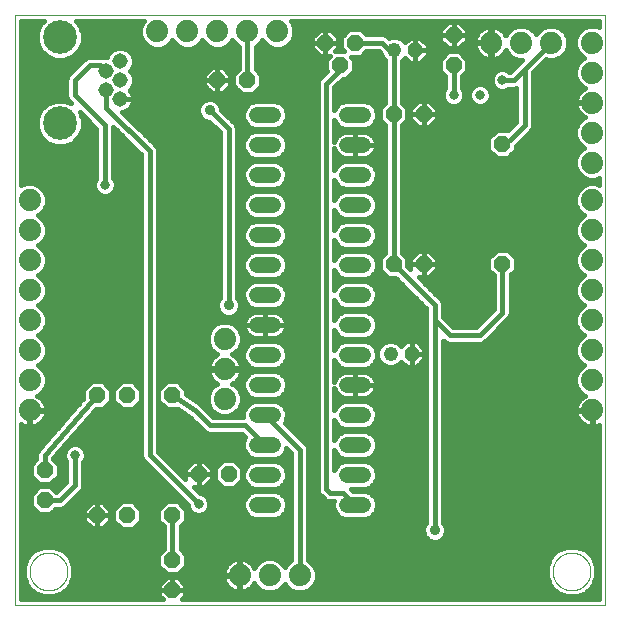
<source format=gbl>
G75*
%MOIN*%
%OFA0B0*%
%FSLAX25Y25*%
%IPPOS*%
%LPD*%
%AMOC8*
5,1,8,0,0,1.08239X$1,22.5*
%
%ADD10C,0.00000*%
%ADD11OC8,0.05200*%
%ADD12OC8,0.04800*%
%ADD13C,0.04800*%
%ADD14C,0.05150*%
%ADD15C,0.11220*%
%ADD16C,0.07400*%
%ADD17C,0.05200*%
%ADD18C,0.01600*%
%ADD19C,0.03169*%
%ADD20C,0.03562*%
D10*
X0002083Y0001800D02*
X0002083Y0198650D01*
X0198934Y0198650D01*
X0198934Y0001800D01*
X0002083Y0001800D01*
X0007034Y0013050D02*
X0007036Y0013208D01*
X0007042Y0013366D01*
X0007052Y0013524D01*
X0007066Y0013682D01*
X0007084Y0013839D01*
X0007105Y0013996D01*
X0007131Y0014152D01*
X0007161Y0014308D01*
X0007194Y0014463D01*
X0007232Y0014616D01*
X0007273Y0014769D01*
X0007318Y0014921D01*
X0007367Y0015072D01*
X0007420Y0015221D01*
X0007476Y0015369D01*
X0007536Y0015515D01*
X0007600Y0015660D01*
X0007668Y0015803D01*
X0007739Y0015945D01*
X0007813Y0016085D01*
X0007891Y0016222D01*
X0007973Y0016358D01*
X0008057Y0016492D01*
X0008146Y0016623D01*
X0008237Y0016752D01*
X0008332Y0016879D01*
X0008429Y0017004D01*
X0008530Y0017126D01*
X0008634Y0017245D01*
X0008741Y0017362D01*
X0008851Y0017476D01*
X0008964Y0017587D01*
X0009079Y0017696D01*
X0009197Y0017801D01*
X0009318Y0017903D01*
X0009441Y0018003D01*
X0009567Y0018099D01*
X0009695Y0018192D01*
X0009825Y0018282D01*
X0009958Y0018368D01*
X0010093Y0018452D01*
X0010229Y0018531D01*
X0010368Y0018608D01*
X0010509Y0018680D01*
X0010651Y0018750D01*
X0010795Y0018815D01*
X0010941Y0018877D01*
X0011088Y0018935D01*
X0011237Y0018990D01*
X0011387Y0019041D01*
X0011538Y0019088D01*
X0011690Y0019131D01*
X0011843Y0019170D01*
X0011998Y0019206D01*
X0012153Y0019237D01*
X0012309Y0019265D01*
X0012465Y0019289D01*
X0012622Y0019309D01*
X0012780Y0019325D01*
X0012937Y0019337D01*
X0013096Y0019345D01*
X0013254Y0019349D01*
X0013412Y0019349D01*
X0013570Y0019345D01*
X0013729Y0019337D01*
X0013886Y0019325D01*
X0014044Y0019309D01*
X0014201Y0019289D01*
X0014357Y0019265D01*
X0014513Y0019237D01*
X0014668Y0019206D01*
X0014823Y0019170D01*
X0014976Y0019131D01*
X0015128Y0019088D01*
X0015279Y0019041D01*
X0015429Y0018990D01*
X0015578Y0018935D01*
X0015725Y0018877D01*
X0015871Y0018815D01*
X0016015Y0018750D01*
X0016157Y0018680D01*
X0016298Y0018608D01*
X0016437Y0018531D01*
X0016573Y0018452D01*
X0016708Y0018368D01*
X0016841Y0018282D01*
X0016971Y0018192D01*
X0017099Y0018099D01*
X0017225Y0018003D01*
X0017348Y0017903D01*
X0017469Y0017801D01*
X0017587Y0017696D01*
X0017702Y0017587D01*
X0017815Y0017476D01*
X0017925Y0017362D01*
X0018032Y0017245D01*
X0018136Y0017126D01*
X0018237Y0017004D01*
X0018334Y0016879D01*
X0018429Y0016752D01*
X0018520Y0016623D01*
X0018609Y0016492D01*
X0018693Y0016358D01*
X0018775Y0016222D01*
X0018853Y0016085D01*
X0018927Y0015945D01*
X0018998Y0015803D01*
X0019066Y0015660D01*
X0019130Y0015515D01*
X0019190Y0015369D01*
X0019246Y0015221D01*
X0019299Y0015072D01*
X0019348Y0014921D01*
X0019393Y0014769D01*
X0019434Y0014616D01*
X0019472Y0014463D01*
X0019505Y0014308D01*
X0019535Y0014152D01*
X0019561Y0013996D01*
X0019582Y0013839D01*
X0019600Y0013682D01*
X0019614Y0013524D01*
X0019624Y0013366D01*
X0019630Y0013208D01*
X0019632Y0013050D01*
X0019630Y0012892D01*
X0019624Y0012734D01*
X0019614Y0012576D01*
X0019600Y0012418D01*
X0019582Y0012261D01*
X0019561Y0012104D01*
X0019535Y0011948D01*
X0019505Y0011792D01*
X0019472Y0011637D01*
X0019434Y0011484D01*
X0019393Y0011331D01*
X0019348Y0011179D01*
X0019299Y0011028D01*
X0019246Y0010879D01*
X0019190Y0010731D01*
X0019130Y0010585D01*
X0019066Y0010440D01*
X0018998Y0010297D01*
X0018927Y0010155D01*
X0018853Y0010015D01*
X0018775Y0009878D01*
X0018693Y0009742D01*
X0018609Y0009608D01*
X0018520Y0009477D01*
X0018429Y0009348D01*
X0018334Y0009221D01*
X0018237Y0009096D01*
X0018136Y0008974D01*
X0018032Y0008855D01*
X0017925Y0008738D01*
X0017815Y0008624D01*
X0017702Y0008513D01*
X0017587Y0008404D01*
X0017469Y0008299D01*
X0017348Y0008197D01*
X0017225Y0008097D01*
X0017099Y0008001D01*
X0016971Y0007908D01*
X0016841Y0007818D01*
X0016708Y0007732D01*
X0016573Y0007648D01*
X0016437Y0007569D01*
X0016298Y0007492D01*
X0016157Y0007420D01*
X0016015Y0007350D01*
X0015871Y0007285D01*
X0015725Y0007223D01*
X0015578Y0007165D01*
X0015429Y0007110D01*
X0015279Y0007059D01*
X0015128Y0007012D01*
X0014976Y0006969D01*
X0014823Y0006930D01*
X0014668Y0006894D01*
X0014513Y0006863D01*
X0014357Y0006835D01*
X0014201Y0006811D01*
X0014044Y0006791D01*
X0013886Y0006775D01*
X0013729Y0006763D01*
X0013570Y0006755D01*
X0013412Y0006751D01*
X0013254Y0006751D01*
X0013096Y0006755D01*
X0012937Y0006763D01*
X0012780Y0006775D01*
X0012622Y0006791D01*
X0012465Y0006811D01*
X0012309Y0006835D01*
X0012153Y0006863D01*
X0011998Y0006894D01*
X0011843Y0006930D01*
X0011690Y0006969D01*
X0011538Y0007012D01*
X0011387Y0007059D01*
X0011237Y0007110D01*
X0011088Y0007165D01*
X0010941Y0007223D01*
X0010795Y0007285D01*
X0010651Y0007350D01*
X0010509Y0007420D01*
X0010368Y0007492D01*
X0010229Y0007569D01*
X0010093Y0007648D01*
X0009958Y0007732D01*
X0009825Y0007818D01*
X0009695Y0007908D01*
X0009567Y0008001D01*
X0009441Y0008097D01*
X0009318Y0008197D01*
X0009197Y0008299D01*
X0009079Y0008404D01*
X0008964Y0008513D01*
X0008851Y0008624D01*
X0008741Y0008738D01*
X0008634Y0008855D01*
X0008530Y0008974D01*
X0008429Y0009096D01*
X0008332Y0009221D01*
X0008237Y0009348D01*
X0008146Y0009477D01*
X0008057Y0009608D01*
X0007973Y0009742D01*
X0007891Y0009878D01*
X0007813Y0010015D01*
X0007739Y0010155D01*
X0007668Y0010297D01*
X0007600Y0010440D01*
X0007536Y0010585D01*
X0007476Y0010731D01*
X0007420Y0010879D01*
X0007367Y0011028D01*
X0007318Y0011179D01*
X0007273Y0011331D01*
X0007232Y0011484D01*
X0007194Y0011637D01*
X0007161Y0011792D01*
X0007131Y0011948D01*
X0007105Y0012104D01*
X0007084Y0012261D01*
X0007066Y0012418D01*
X0007052Y0012576D01*
X0007042Y0012734D01*
X0007036Y0012892D01*
X0007034Y0013050D01*
X0181385Y0013050D02*
X0181387Y0013208D01*
X0181393Y0013366D01*
X0181403Y0013524D01*
X0181417Y0013682D01*
X0181435Y0013839D01*
X0181456Y0013996D01*
X0181482Y0014152D01*
X0181512Y0014308D01*
X0181545Y0014463D01*
X0181583Y0014616D01*
X0181624Y0014769D01*
X0181669Y0014921D01*
X0181718Y0015072D01*
X0181771Y0015221D01*
X0181827Y0015369D01*
X0181887Y0015515D01*
X0181951Y0015660D01*
X0182019Y0015803D01*
X0182090Y0015945D01*
X0182164Y0016085D01*
X0182242Y0016222D01*
X0182324Y0016358D01*
X0182408Y0016492D01*
X0182497Y0016623D01*
X0182588Y0016752D01*
X0182683Y0016879D01*
X0182780Y0017004D01*
X0182881Y0017126D01*
X0182985Y0017245D01*
X0183092Y0017362D01*
X0183202Y0017476D01*
X0183315Y0017587D01*
X0183430Y0017696D01*
X0183548Y0017801D01*
X0183669Y0017903D01*
X0183792Y0018003D01*
X0183918Y0018099D01*
X0184046Y0018192D01*
X0184176Y0018282D01*
X0184309Y0018368D01*
X0184444Y0018452D01*
X0184580Y0018531D01*
X0184719Y0018608D01*
X0184860Y0018680D01*
X0185002Y0018750D01*
X0185146Y0018815D01*
X0185292Y0018877D01*
X0185439Y0018935D01*
X0185588Y0018990D01*
X0185738Y0019041D01*
X0185889Y0019088D01*
X0186041Y0019131D01*
X0186194Y0019170D01*
X0186349Y0019206D01*
X0186504Y0019237D01*
X0186660Y0019265D01*
X0186816Y0019289D01*
X0186973Y0019309D01*
X0187131Y0019325D01*
X0187288Y0019337D01*
X0187447Y0019345D01*
X0187605Y0019349D01*
X0187763Y0019349D01*
X0187921Y0019345D01*
X0188080Y0019337D01*
X0188237Y0019325D01*
X0188395Y0019309D01*
X0188552Y0019289D01*
X0188708Y0019265D01*
X0188864Y0019237D01*
X0189019Y0019206D01*
X0189174Y0019170D01*
X0189327Y0019131D01*
X0189479Y0019088D01*
X0189630Y0019041D01*
X0189780Y0018990D01*
X0189929Y0018935D01*
X0190076Y0018877D01*
X0190222Y0018815D01*
X0190366Y0018750D01*
X0190508Y0018680D01*
X0190649Y0018608D01*
X0190788Y0018531D01*
X0190924Y0018452D01*
X0191059Y0018368D01*
X0191192Y0018282D01*
X0191322Y0018192D01*
X0191450Y0018099D01*
X0191576Y0018003D01*
X0191699Y0017903D01*
X0191820Y0017801D01*
X0191938Y0017696D01*
X0192053Y0017587D01*
X0192166Y0017476D01*
X0192276Y0017362D01*
X0192383Y0017245D01*
X0192487Y0017126D01*
X0192588Y0017004D01*
X0192685Y0016879D01*
X0192780Y0016752D01*
X0192871Y0016623D01*
X0192960Y0016492D01*
X0193044Y0016358D01*
X0193126Y0016222D01*
X0193204Y0016085D01*
X0193278Y0015945D01*
X0193349Y0015803D01*
X0193417Y0015660D01*
X0193481Y0015515D01*
X0193541Y0015369D01*
X0193597Y0015221D01*
X0193650Y0015072D01*
X0193699Y0014921D01*
X0193744Y0014769D01*
X0193785Y0014616D01*
X0193823Y0014463D01*
X0193856Y0014308D01*
X0193886Y0014152D01*
X0193912Y0013996D01*
X0193933Y0013839D01*
X0193951Y0013682D01*
X0193965Y0013524D01*
X0193975Y0013366D01*
X0193981Y0013208D01*
X0193983Y0013050D01*
X0193981Y0012892D01*
X0193975Y0012734D01*
X0193965Y0012576D01*
X0193951Y0012418D01*
X0193933Y0012261D01*
X0193912Y0012104D01*
X0193886Y0011948D01*
X0193856Y0011792D01*
X0193823Y0011637D01*
X0193785Y0011484D01*
X0193744Y0011331D01*
X0193699Y0011179D01*
X0193650Y0011028D01*
X0193597Y0010879D01*
X0193541Y0010731D01*
X0193481Y0010585D01*
X0193417Y0010440D01*
X0193349Y0010297D01*
X0193278Y0010155D01*
X0193204Y0010015D01*
X0193126Y0009878D01*
X0193044Y0009742D01*
X0192960Y0009608D01*
X0192871Y0009477D01*
X0192780Y0009348D01*
X0192685Y0009221D01*
X0192588Y0009096D01*
X0192487Y0008974D01*
X0192383Y0008855D01*
X0192276Y0008738D01*
X0192166Y0008624D01*
X0192053Y0008513D01*
X0191938Y0008404D01*
X0191820Y0008299D01*
X0191699Y0008197D01*
X0191576Y0008097D01*
X0191450Y0008001D01*
X0191322Y0007908D01*
X0191192Y0007818D01*
X0191059Y0007732D01*
X0190924Y0007648D01*
X0190788Y0007569D01*
X0190649Y0007492D01*
X0190508Y0007420D01*
X0190366Y0007350D01*
X0190222Y0007285D01*
X0190076Y0007223D01*
X0189929Y0007165D01*
X0189780Y0007110D01*
X0189630Y0007059D01*
X0189479Y0007012D01*
X0189327Y0006969D01*
X0189174Y0006930D01*
X0189019Y0006894D01*
X0188864Y0006863D01*
X0188708Y0006835D01*
X0188552Y0006811D01*
X0188395Y0006791D01*
X0188237Y0006775D01*
X0188080Y0006763D01*
X0187921Y0006755D01*
X0187763Y0006751D01*
X0187605Y0006751D01*
X0187447Y0006755D01*
X0187288Y0006763D01*
X0187131Y0006775D01*
X0186973Y0006791D01*
X0186816Y0006811D01*
X0186660Y0006835D01*
X0186504Y0006863D01*
X0186349Y0006894D01*
X0186194Y0006930D01*
X0186041Y0006969D01*
X0185889Y0007012D01*
X0185738Y0007059D01*
X0185588Y0007110D01*
X0185439Y0007165D01*
X0185292Y0007223D01*
X0185146Y0007285D01*
X0185002Y0007350D01*
X0184860Y0007420D01*
X0184719Y0007492D01*
X0184580Y0007569D01*
X0184444Y0007648D01*
X0184309Y0007732D01*
X0184176Y0007818D01*
X0184046Y0007908D01*
X0183918Y0008001D01*
X0183792Y0008097D01*
X0183669Y0008197D01*
X0183548Y0008299D01*
X0183430Y0008404D01*
X0183315Y0008513D01*
X0183202Y0008624D01*
X0183092Y0008738D01*
X0182985Y0008855D01*
X0182881Y0008974D01*
X0182780Y0009096D01*
X0182683Y0009221D01*
X0182588Y0009348D01*
X0182497Y0009477D01*
X0182408Y0009608D01*
X0182324Y0009742D01*
X0182242Y0009878D01*
X0182164Y0010015D01*
X0182090Y0010155D01*
X0182019Y0010297D01*
X0181951Y0010440D01*
X0181887Y0010585D01*
X0181827Y0010731D01*
X0181771Y0010879D01*
X0181718Y0011028D01*
X0181669Y0011179D01*
X0181624Y0011331D01*
X0181583Y0011484D01*
X0181545Y0011637D01*
X0181512Y0011792D01*
X0181482Y0011948D01*
X0181456Y0012104D01*
X0181435Y0012261D01*
X0181417Y0012418D01*
X0181403Y0012576D01*
X0181393Y0012734D01*
X0181387Y0012892D01*
X0181385Y0013050D01*
D11*
X0164583Y0115550D03*
X0138333Y0115550D03*
X0128333Y0115550D03*
X0164583Y0155550D03*
X0138333Y0165550D03*
X0128333Y0165550D03*
X0110508Y0181800D03*
X0105508Y0189300D03*
X0115508Y0189300D03*
X0148333Y0191800D03*
X0148333Y0181800D03*
X0079583Y0176800D03*
X0069583Y0176800D03*
X0054583Y0071800D03*
X0039583Y0071800D03*
X0029583Y0071800D03*
X0012083Y0046800D03*
X0012083Y0036800D03*
X0029583Y0031800D03*
X0039583Y0031800D03*
X0054583Y0031800D03*
X0054583Y0016800D03*
X0054583Y0006800D03*
X0063333Y0045550D03*
X0073333Y0045550D03*
D12*
X0134333Y0085550D03*
X0135583Y0186800D03*
D13*
X0128583Y0186800D03*
X0127333Y0085550D03*
D14*
X0037162Y0170501D03*
X0032438Y0173650D03*
X0037162Y0176800D03*
X0032438Y0179950D03*
X0037162Y0183099D03*
D15*
X0017083Y0191170D03*
X0017083Y0162430D03*
D16*
X0007083Y0136800D03*
X0007083Y0126800D03*
X0007083Y0116800D03*
X0007083Y0106800D03*
X0007083Y0096800D03*
X0007083Y0086800D03*
X0007083Y0076800D03*
X0007083Y0066800D03*
X0072083Y0070550D03*
X0072083Y0080550D03*
X0072083Y0090550D03*
X0077083Y0011800D03*
X0087083Y0011800D03*
X0097083Y0011800D03*
X0194583Y0066800D03*
X0194583Y0076800D03*
X0194583Y0086800D03*
X0194583Y0096800D03*
X0194583Y0106800D03*
X0194583Y0116800D03*
X0194583Y0126800D03*
X0194583Y0136800D03*
X0194583Y0149300D03*
X0194583Y0159300D03*
X0194583Y0169300D03*
X0194583Y0179300D03*
X0194583Y0189300D03*
X0180833Y0189300D03*
X0170833Y0189300D03*
X0160833Y0189300D03*
X0089583Y0193050D03*
X0079583Y0193050D03*
X0069583Y0193050D03*
X0059583Y0193050D03*
X0049583Y0193050D03*
D17*
X0082908Y0165225D02*
X0088108Y0165225D01*
X0088108Y0155225D02*
X0082908Y0155225D01*
X0082908Y0145225D02*
X0088108Y0145225D01*
X0088108Y0135225D02*
X0082908Y0135225D01*
X0082908Y0125225D02*
X0088108Y0125225D01*
X0088108Y0115225D02*
X0082908Y0115225D01*
X0082908Y0105225D02*
X0088108Y0105225D01*
X0088108Y0095225D02*
X0082908Y0095225D01*
X0082908Y0085225D02*
X0088108Y0085225D01*
X0088108Y0075225D02*
X0082908Y0075225D01*
X0082908Y0065225D02*
X0088108Y0065225D01*
X0088108Y0055225D02*
X0082908Y0055225D01*
X0082908Y0045225D02*
X0088108Y0045225D01*
X0088108Y0035225D02*
X0082908Y0035225D01*
X0112908Y0035225D02*
X0118108Y0035225D01*
X0118108Y0045225D02*
X0112908Y0045225D01*
X0112908Y0055225D02*
X0118108Y0055225D01*
X0118108Y0065225D02*
X0112908Y0065225D01*
X0112908Y0075225D02*
X0118108Y0075225D01*
X0118108Y0085225D02*
X0112908Y0085225D01*
X0112908Y0095225D02*
X0118108Y0095225D01*
X0118108Y0105225D02*
X0112908Y0105225D01*
X0112908Y0115225D02*
X0118108Y0115225D01*
X0118108Y0125225D02*
X0112908Y0125225D01*
X0112908Y0135225D02*
X0118108Y0135225D01*
X0118108Y0145225D02*
X0112908Y0145225D01*
X0112908Y0155225D02*
X0118108Y0155225D01*
X0118108Y0165225D02*
X0112908Y0165225D01*
D18*
X0108633Y0166925D02*
X0109009Y0167831D01*
X0110303Y0169125D01*
X0111993Y0169825D01*
X0119023Y0169825D01*
X0120714Y0169125D01*
X0122008Y0167831D01*
X0122708Y0166140D01*
X0122708Y0164310D01*
X0122008Y0162619D01*
X0120714Y0161325D01*
X0119023Y0160625D01*
X0111993Y0160625D01*
X0110303Y0161325D01*
X0109009Y0162619D01*
X0108633Y0163525D01*
X0108633Y0156307D01*
X0108831Y0156914D01*
X0109145Y0157531D01*
X0109552Y0158091D01*
X0110042Y0158581D01*
X0110602Y0158988D01*
X0111219Y0159303D01*
X0111878Y0159517D01*
X0112562Y0159625D01*
X0115508Y0159625D01*
X0115508Y0155225D01*
X0115508Y0155225D01*
X0115508Y0155225D01*
X0115508Y0150825D01*
X0112562Y0150825D01*
X0111878Y0150933D01*
X0111219Y0151147D01*
X0110602Y0151462D01*
X0110042Y0151869D01*
X0109552Y0152359D01*
X0109145Y0152919D01*
X0108831Y0153536D01*
X0108633Y0154143D01*
X0108633Y0146925D01*
X0109009Y0147831D01*
X0110303Y0149125D01*
X0111993Y0149825D01*
X0119023Y0149825D01*
X0120714Y0149125D01*
X0122008Y0147831D01*
X0122708Y0146140D01*
X0122708Y0144310D01*
X0122008Y0142619D01*
X0120714Y0141325D01*
X0119023Y0140625D01*
X0111993Y0140625D01*
X0110303Y0141325D01*
X0109009Y0142619D01*
X0108633Y0143525D01*
X0108633Y0136925D01*
X0109009Y0137831D01*
X0110303Y0139125D01*
X0111993Y0139825D01*
X0119023Y0139825D01*
X0120714Y0139125D01*
X0122008Y0137831D01*
X0122708Y0136140D01*
X0122708Y0134310D01*
X0122008Y0132619D01*
X0120714Y0131325D01*
X0119023Y0130625D01*
X0111993Y0130625D01*
X0110303Y0131325D01*
X0109009Y0132619D01*
X0108633Y0133525D01*
X0108633Y0126925D01*
X0109009Y0127831D01*
X0110303Y0129125D01*
X0111993Y0129825D01*
X0119023Y0129825D01*
X0120714Y0129125D01*
X0122008Y0127831D01*
X0122708Y0126140D01*
X0122708Y0124310D01*
X0122008Y0122619D01*
X0120714Y0121325D01*
X0119023Y0120625D01*
X0111993Y0120625D01*
X0110303Y0121325D01*
X0109009Y0122619D01*
X0108633Y0123525D01*
X0108633Y0116925D01*
X0109009Y0117831D01*
X0110303Y0119125D01*
X0111993Y0119825D01*
X0119023Y0119825D01*
X0120714Y0119125D01*
X0122008Y0117831D01*
X0122708Y0116140D01*
X0122708Y0114310D01*
X0122008Y0112619D01*
X0120714Y0111325D01*
X0119023Y0110625D01*
X0111993Y0110625D01*
X0110303Y0111325D01*
X0109009Y0112619D01*
X0108633Y0113525D01*
X0108633Y0106925D01*
X0109009Y0107831D01*
X0110303Y0109125D01*
X0111993Y0109825D01*
X0119023Y0109825D01*
X0120714Y0109125D01*
X0122008Y0107831D01*
X0122708Y0106140D01*
X0122708Y0104310D01*
X0122008Y0102619D01*
X0120714Y0101325D01*
X0119023Y0100625D01*
X0111993Y0100625D01*
X0110303Y0101325D01*
X0109009Y0102619D01*
X0108633Y0103525D01*
X0108633Y0096925D01*
X0109009Y0097831D01*
X0110303Y0099125D01*
X0111993Y0099825D01*
X0119023Y0099825D01*
X0120714Y0099125D01*
X0122008Y0097831D01*
X0122708Y0096140D01*
X0122708Y0094310D01*
X0122008Y0092619D01*
X0120714Y0091325D01*
X0119023Y0090625D01*
X0111993Y0090625D01*
X0110303Y0091325D01*
X0109009Y0092619D01*
X0108633Y0093525D01*
X0108633Y0086925D01*
X0109009Y0087831D01*
X0110303Y0089125D01*
X0111993Y0089825D01*
X0119023Y0089825D01*
X0120714Y0089125D01*
X0122008Y0087831D01*
X0122708Y0086140D01*
X0122708Y0084310D01*
X0122008Y0082619D01*
X0120714Y0081325D01*
X0119023Y0080625D01*
X0111993Y0080625D01*
X0110303Y0081325D01*
X0109009Y0082619D01*
X0108633Y0083525D01*
X0108633Y0076307D01*
X0108831Y0076914D01*
X0109145Y0077531D01*
X0109552Y0078091D01*
X0110042Y0078581D01*
X0110602Y0078988D01*
X0111219Y0079303D01*
X0111878Y0079517D01*
X0112562Y0079625D01*
X0115508Y0079625D01*
X0115508Y0075225D01*
X0115508Y0075225D01*
X0115508Y0075225D01*
X0115508Y0070825D01*
X0112562Y0070825D01*
X0111878Y0070933D01*
X0111219Y0071147D01*
X0110602Y0071462D01*
X0110042Y0071869D01*
X0109552Y0072359D01*
X0109145Y0072919D01*
X0108831Y0073536D01*
X0108633Y0074143D01*
X0108633Y0066925D01*
X0109009Y0067831D01*
X0110303Y0069125D01*
X0111993Y0069825D01*
X0119023Y0069825D01*
X0120714Y0069125D01*
X0122008Y0067831D01*
X0122708Y0066140D01*
X0122708Y0064310D01*
X0122008Y0062619D01*
X0120714Y0061325D01*
X0119023Y0060625D01*
X0111993Y0060625D01*
X0110303Y0061325D01*
X0109009Y0062619D01*
X0108633Y0063525D01*
X0108633Y0056925D01*
X0109009Y0057831D01*
X0110303Y0059125D01*
X0111993Y0059825D01*
X0119023Y0059825D01*
X0120714Y0059125D01*
X0122008Y0057831D01*
X0122708Y0056140D01*
X0122708Y0054310D01*
X0122008Y0052619D01*
X0120714Y0051325D01*
X0119023Y0050625D01*
X0111993Y0050625D01*
X0110303Y0051325D01*
X0109009Y0052619D01*
X0108633Y0053525D01*
X0108633Y0046925D01*
X0109009Y0047831D01*
X0110303Y0049125D01*
X0111993Y0049825D01*
X0119023Y0049825D01*
X0120714Y0049125D01*
X0122008Y0047831D01*
X0122708Y0046140D01*
X0122708Y0044310D01*
X0122008Y0042619D01*
X0120714Y0041325D01*
X0119023Y0040625D01*
X0114068Y0040625D01*
X0114868Y0039825D01*
X0119023Y0039825D01*
X0120714Y0039125D01*
X0122008Y0037831D01*
X0122708Y0036140D01*
X0122708Y0034310D01*
X0122008Y0032619D01*
X0120714Y0031325D01*
X0119023Y0030625D01*
X0111993Y0030625D01*
X0110303Y0031325D01*
X0109009Y0032619D01*
X0108308Y0034310D01*
X0108308Y0036140D01*
X0108457Y0036500D01*
X0106526Y0036500D01*
X0105497Y0036926D01*
X0104710Y0037714D01*
X0103460Y0038964D01*
X0103033Y0039993D01*
X0103033Y0176107D01*
X0103460Y0177136D01*
X0104247Y0177924D01*
X0106063Y0179740D01*
X0105908Y0179895D01*
X0105908Y0183705D01*
X0107103Y0184900D01*
X0105508Y0184900D01*
X0105508Y0189300D01*
X0105508Y0189300D01*
X0101108Y0189300D01*
X0101108Y0191123D01*
X0103686Y0193700D01*
X0105508Y0193700D01*
X0105508Y0189300D01*
X0101108Y0189300D01*
X0101108Y0187477D01*
X0103686Y0184900D01*
X0105508Y0184900D01*
X0105508Y0189300D01*
X0105508Y0189300D01*
X0105508Y0189300D01*
X0105508Y0193700D01*
X0107331Y0193700D01*
X0109908Y0191123D01*
X0109908Y0189300D01*
X0105508Y0189300D01*
X0105508Y0189300D01*
X0109908Y0189300D01*
X0109908Y0187477D01*
X0108831Y0186400D01*
X0111903Y0186400D01*
X0110908Y0187395D01*
X0110908Y0191205D01*
X0113603Y0193900D01*
X0117414Y0193900D01*
X0119214Y0192100D01*
X0125140Y0192100D01*
X0126169Y0191674D01*
X0126955Y0190888D01*
X0127708Y0191200D01*
X0129459Y0191200D01*
X0131076Y0190530D01*
X0132225Y0189381D01*
X0133844Y0191000D01*
X0135583Y0191000D01*
X0135583Y0186800D01*
X0135583Y0186800D01*
X0135583Y0186800D01*
X0135583Y0182600D01*
X0133844Y0182600D01*
X0132225Y0184219D01*
X0131133Y0183127D01*
X0131133Y0169255D01*
X0132933Y0167455D01*
X0132933Y0163645D01*
X0131133Y0161845D01*
X0131133Y0119255D01*
X0132933Y0117455D01*
X0132933Y0114910D01*
X0133933Y0113910D01*
X0133933Y0115550D01*
X0138333Y0115550D01*
X0138333Y0115550D01*
X0133933Y0115550D01*
X0133933Y0117373D01*
X0136511Y0119950D01*
X0138333Y0119950D01*
X0138333Y0115550D01*
X0138333Y0115550D01*
X0138333Y0115550D01*
X0138333Y0111150D01*
X0136693Y0111150D01*
X0144457Y0103386D01*
X0144883Y0102357D01*
X0144883Y0097960D01*
X0148243Y0094600D01*
X0155924Y0094600D01*
X0161783Y0100460D01*
X0161783Y0111845D01*
X0159983Y0113645D01*
X0159983Y0117455D01*
X0162678Y0120150D01*
X0166489Y0120150D01*
X0169183Y0117455D01*
X0169183Y0113645D01*
X0167383Y0111845D01*
X0167383Y0098743D01*
X0166957Y0097714D01*
X0159457Y0090214D01*
X0158669Y0089426D01*
X0157640Y0089000D01*
X0146526Y0089000D01*
X0145497Y0089426D01*
X0144883Y0090040D01*
X0144883Y0029347D01*
X0145289Y0028942D01*
X0145864Y0027552D01*
X0145864Y0026048D01*
X0145289Y0024658D01*
X0144225Y0023595D01*
X0142835Y0023019D01*
X0141331Y0023019D01*
X0139941Y0023595D01*
X0138878Y0024658D01*
X0138302Y0026048D01*
X0138302Y0027552D01*
X0138878Y0028942D01*
X0139283Y0029347D01*
X0139283Y0100640D01*
X0128974Y0110950D01*
X0126428Y0110950D01*
X0123733Y0113645D01*
X0123733Y0117455D01*
X0125533Y0119255D01*
X0125533Y0161845D01*
X0123733Y0163645D01*
X0123733Y0167455D01*
X0125533Y0169255D01*
X0125533Y0183627D01*
X0124853Y0184308D01*
X0124314Y0185610D01*
X0123424Y0186500D01*
X0119214Y0186500D01*
X0117414Y0184700D01*
X0114114Y0184700D01*
X0115108Y0183705D01*
X0115108Y0179895D01*
X0112414Y0177200D01*
X0111443Y0177200D01*
X0108633Y0174390D01*
X0108633Y0166925D01*
X0108633Y0168045D02*
X0109223Y0168045D01*
X0108633Y0169644D02*
X0111556Y0169644D01*
X0108633Y0171242D02*
X0125533Y0171242D01*
X0125533Y0169644D02*
X0119461Y0169644D01*
X0121794Y0168045D02*
X0124323Y0168045D01*
X0123733Y0166447D02*
X0122581Y0166447D01*
X0122708Y0164848D02*
X0123733Y0164848D01*
X0124128Y0163250D02*
X0122269Y0163250D01*
X0121040Y0161651D02*
X0125533Y0161651D01*
X0125533Y0160053D02*
X0108633Y0160053D01*
X0108633Y0161651D02*
X0109977Y0161651D01*
X0108748Y0163250D02*
X0108633Y0163250D01*
X0108633Y0158454D02*
X0109915Y0158454D01*
X0108812Y0156856D02*
X0108633Y0156856D01*
X0108633Y0153659D02*
X0108791Y0153659D01*
X0108633Y0152060D02*
X0109851Y0152060D01*
X0108633Y0150462D02*
X0125533Y0150462D01*
X0125533Y0152060D02*
X0121166Y0152060D01*
X0120975Y0151869D02*
X0121464Y0152359D01*
X0121872Y0152919D01*
X0122186Y0153536D01*
X0122400Y0154195D01*
X0122508Y0154879D01*
X0122508Y0155225D01*
X0122508Y0155571D01*
X0122400Y0156255D01*
X0122186Y0156914D01*
X0121872Y0157531D01*
X0121464Y0158091D01*
X0120975Y0158581D01*
X0120414Y0158988D01*
X0119797Y0159303D01*
X0119139Y0159517D01*
X0118455Y0159625D01*
X0115508Y0159625D01*
X0115508Y0155225D01*
X0115508Y0150825D01*
X0118455Y0150825D01*
X0119139Y0150933D01*
X0119797Y0151147D01*
X0120414Y0151462D01*
X0120975Y0151869D01*
X0122226Y0153659D02*
X0125533Y0153659D01*
X0125533Y0155257D02*
X0122508Y0155257D01*
X0122508Y0155225D02*
X0115508Y0155225D01*
X0115508Y0155225D01*
X0122508Y0155225D01*
X0122205Y0156856D02*
X0125533Y0156856D01*
X0125533Y0158454D02*
X0121102Y0158454D01*
X0115508Y0158454D02*
X0115508Y0158454D01*
X0115508Y0156856D02*
X0115508Y0156856D01*
X0115508Y0155257D02*
X0115508Y0155257D01*
X0115508Y0153659D02*
X0115508Y0153659D01*
X0115508Y0152060D02*
X0115508Y0152060D01*
X0110041Y0148863D02*
X0108633Y0148863D01*
X0108633Y0147265D02*
X0108774Y0147265D01*
X0108633Y0142469D02*
X0109159Y0142469D01*
X0108633Y0140870D02*
X0111401Y0140870D01*
X0110658Y0139272D02*
X0108633Y0139272D01*
X0108633Y0137673D02*
X0108944Y0137673D01*
X0108902Y0132878D02*
X0108633Y0132878D01*
X0108633Y0131279D02*
X0110413Y0131279D01*
X0111645Y0129681D02*
X0108633Y0129681D01*
X0108633Y0128082D02*
X0109260Y0128082D01*
X0108732Y0123287D02*
X0108633Y0123287D01*
X0108633Y0121688D02*
X0109940Y0121688D01*
X0108633Y0120090D02*
X0125533Y0120090D01*
X0125533Y0121688D02*
X0121077Y0121688D01*
X0122285Y0123287D02*
X0125533Y0123287D01*
X0125533Y0124885D02*
X0122708Y0124885D01*
X0122566Y0126484D02*
X0125533Y0126484D01*
X0125533Y0128082D02*
X0121756Y0128082D01*
X0119371Y0129681D02*
X0125533Y0129681D01*
X0125533Y0131279D02*
X0120603Y0131279D01*
X0122115Y0132878D02*
X0125533Y0132878D01*
X0125533Y0134476D02*
X0122708Y0134476D01*
X0122708Y0136075D02*
X0125533Y0136075D01*
X0125533Y0137673D02*
X0122073Y0137673D01*
X0120358Y0139272D02*
X0125533Y0139272D01*
X0125533Y0140870D02*
X0119616Y0140870D01*
X0121858Y0142469D02*
X0125533Y0142469D01*
X0125533Y0144068D02*
X0122608Y0144068D01*
X0122708Y0145666D02*
X0125533Y0145666D01*
X0125533Y0147265D02*
X0122243Y0147265D01*
X0120976Y0148863D02*
X0125533Y0148863D01*
X0131133Y0148863D02*
X0188883Y0148863D01*
X0188883Y0148166D02*
X0189751Y0146071D01*
X0191355Y0144468D01*
X0193450Y0143600D01*
X0195717Y0143600D01*
X0196934Y0144104D01*
X0196934Y0141996D01*
X0195717Y0142500D01*
X0193450Y0142500D01*
X0191355Y0141632D01*
X0189751Y0140029D01*
X0188883Y0137934D01*
X0188883Y0135666D01*
X0189751Y0133571D01*
X0191355Y0131968D01*
X0191760Y0131800D01*
X0191355Y0131632D01*
X0189751Y0130029D01*
X0188883Y0127934D01*
X0188883Y0125666D01*
X0189751Y0123571D01*
X0191355Y0121968D01*
X0191760Y0121800D01*
X0191355Y0121632D01*
X0189751Y0120029D01*
X0188883Y0117934D01*
X0188883Y0115666D01*
X0189751Y0113571D01*
X0191355Y0111968D01*
X0191760Y0111800D01*
X0191355Y0111632D01*
X0189751Y0110029D01*
X0188883Y0107934D01*
X0188883Y0105666D01*
X0189751Y0103571D01*
X0191355Y0101968D01*
X0191760Y0101800D01*
X0191355Y0101632D01*
X0189751Y0100029D01*
X0188883Y0097934D01*
X0188883Y0095666D01*
X0189751Y0093571D01*
X0191355Y0091968D01*
X0191760Y0091800D01*
X0191355Y0091632D01*
X0189751Y0090029D01*
X0188883Y0087934D01*
X0188883Y0085666D01*
X0189751Y0083571D01*
X0191355Y0081968D01*
X0191760Y0081800D01*
X0191355Y0081632D01*
X0189751Y0080029D01*
X0188883Y0077934D01*
X0188883Y0075666D01*
X0189751Y0073571D01*
X0191355Y0071968D01*
X0192048Y0071681D01*
X0191701Y0071504D01*
X0191000Y0070995D01*
X0190388Y0070383D01*
X0189879Y0069683D01*
X0189486Y0068911D01*
X0189219Y0068088D01*
X0189083Y0067233D01*
X0189083Y0067000D01*
X0194383Y0067000D01*
X0194383Y0066600D01*
X0189083Y0066600D01*
X0189083Y0066367D01*
X0189219Y0065512D01*
X0189486Y0064689D01*
X0189879Y0063917D01*
X0190388Y0063217D01*
X0191000Y0062605D01*
X0191701Y0062096D01*
X0192472Y0061703D01*
X0193295Y0061435D01*
X0194150Y0061300D01*
X0194383Y0061300D01*
X0194383Y0066600D01*
X0194783Y0066600D01*
X0194783Y0061300D01*
X0195016Y0061300D01*
X0195871Y0061435D01*
X0196695Y0061703D01*
X0196934Y0061825D01*
X0196934Y0003800D01*
X0057806Y0003800D01*
X0058983Y0004977D01*
X0058983Y0006800D01*
X0058983Y0008623D01*
X0056406Y0011200D01*
X0054583Y0011200D01*
X0052761Y0011200D01*
X0050183Y0008623D01*
X0050183Y0006800D01*
X0050183Y0004977D01*
X0051361Y0003800D01*
X0004083Y0003800D01*
X0004083Y0062181D01*
X0004201Y0062096D01*
X0004972Y0061703D01*
X0005795Y0061435D01*
X0006650Y0061300D01*
X0006883Y0061300D01*
X0006883Y0066600D01*
X0007283Y0066600D01*
X0007283Y0061300D01*
X0007516Y0061300D01*
X0008371Y0061435D01*
X0009195Y0061703D01*
X0009966Y0062096D01*
X0010666Y0062605D01*
X0011278Y0063217D01*
X0011787Y0063917D01*
X0012180Y0064689D01*
X0012448Y0065512D01*
X0012583Y0066367D01*
X0012583Y0066600D01*
X0007283Y0066600D01*
X0007283Y0067000D01*
X0012583Y0067000D01*
X0012583Y0067233D01*
X0012448Y0068088D01*
X0012180Y0068911D01*
X0011787Y0069683D01*
X0011278Y0070383D01*
X0010666Y0070995D01*
X0009966Y0071504D01*
X0009619Y0071681D01*
X0010312Y0071968D01*
X0011916Y0073571D01*
X0012783Y0075666D01*
X0012783Y0077934D01*
X0011916Y0080029D01*
X0010312Y0081632D01*
X0009907Y0081800D01*
X0010312Y0081968D01*
X0011916Y0083571D01*
X0012783Y0085666D01*
X0012783Y0087934D01*
X0011916Y0090029D01*
X0010312Y0091632D01*
X0009907Y0091800D01*
X0010312Y0091968D01*
X0011916Y0093571D01*
X0012783Y0095666D01*
X0012783Y0097934D01*
X0011916Y0100029D01*
X0010312Y0101632D01*
X0009907Y0101800D01*
X0010312Y0101968D01*
X0011916Y0103571D01*
X0012783Y0105666D01*
X0012783Y0107934D01*
X0011916Y0110029D01*
X0010312Y0111632D01*
X0009907Y0111800D01*
X0010312Y0111968D01*
X0011916Y0113571D01*
X0012783Y0115666D01*
X0012783Y0117934D01*
X0011916Y0120029D01*
X0010312Y0121632D01*
X0009907Y0121800D01*
X0010312Y0121968D01*
X0011916Y0123571D01*
X0012783Y0125666D01*
X0012783Y0127934D01*
X0011916Y0130029D01*
X0010312Y0131632D01*
X0009907Y0131800D01*
X0010312Y0131968D01*
X0011916Y0133571D01*
X0012783Y0135666D01*
X0012783Y0137934D01*
X0011916Y0140029D01*
X0010312Y0141632D01*
X0008217Y0142500D01*
X0005950Y0142500D01*
X0004083Y0141727D01*
X0004083Y0196650D01*
X0011801Y0196650D01*
X0010632Y0195481D01*
X0009473Y0192684D01*
X0009473Y0189656D01*
X0010632Y0186859D01*
X0012772Y0184718D01*
X0015570Y0183560D01*
X0018597Y0183560D01*
X0021394Y0184718D01*
X0023535Y0186859D01*
X0024694Y0189656D01*
X0024694Y0192684D01*
X0023535Y0195481D01*
X0022365Y0196650D01*
X0045123Y0196650D01*
X0044751Y0196279D01*
X0043883Y0194184D01*
X0043883Y0191916D01*
X0044751Y0189821D01*
X0046355Y0188218D01*
X0048450Y0187350D01*
X0050717Y0187350D01*
X0052812Y0188218D01*
X0054416Y0189821D01*
X0054583Y0190226D01*
X0054751Y0189821D01*
X0056355Y0188218D01*
X0058450Y0187350D01*
X0060717Y0187350D01*
X0062812Y0188218D01*
X0064416Y0189821D01*
X0064583Y0190226D01*
X0064751Y0189821D01*
X0066355Y0188218D01*
X0068450Y0187350D01*
X0070717Y0187350D01*
X0072812Y0188218D01*
X0074416Y0189821D01*
X0074583Y0190226D01*
X0074751Y0189821D01*
X0076355Y0188218D01*
X0076783Y0188040D01*
X0076783Y0180505D01*
X0074983Y0178705D01*
X0074983Y0174895D01*
X0077678Y0172200D01*
X0081489Y0172200D01*
X0084183Y0174895D01*
X0084183Y0178705D01*
X0082383Y0180505D01*
X0082383Y0188040D01*
X0082812Y0188218D01*
X0084416Y0189821D01*
X0084583Y0190226D01*
X0084751Y0189821D01*
X0086355Y0188218D01*
X0088450Y0187350D01*
X0090717Y0187350D01*
X0092812Y0188218D01*
X0094416Y0189821D01*
X0095283Y0191916D01*
X0095283Y0194184D01*
X0094416Y0196279D01*
X0094044Y0196650D01*
X0196934Y0196650D01*
X0196934Y0194496D01*
X0195717Y0195000D01*
X0193450Y0195000D01*
X0191355Y0194132D01*
X0189751Y0192529D01*
X0188883Y0190434D01*
X0188883Y0188166D01*
X0189751Y0186071D01*
X0191355Y0184468D01*
X0191760Y0184300D01*
X0191355Y0184132D01*
X0189751Y0182529D01*
X0188883Y0180434D01*
X0188883Y0178166D01*
X0189751Y0176071D01*
X0191355Y0174468D01*
X0192048Y0174181D01*
X0191701Y0174004D01*
X0191000Y0173495D01*
X0190388Y0172883D01*
X0189879Y0172183D01*
X0189486Y0171411D01*
X0189219Y0170588D01*
X0189083Y0169733D01*
X0189083Y0169500D01*
X0194383Y0169500D01*
X0194383Y0169100D01*
X0189083Y0169100D01*
X0189083Y0168867D01*
X0189219Y0168012D01*
X0189486Y0167189D01*
X0189879Y0166417D01*
X0190388Y0165717D01*
X0191000Y0165105D01*
X0191701Y0164596D01*
X0192048Y0164419D01*
X0191355Y0164132D01*
X0189751Y0162529D01*
X0188883Y0160434D01*
X0188883Y0158166D01*
X0189751Y0156071D01*
X0191355Y0154468D01*
X0191760Y0154300D01*
X0191355Y0154132D01*
X0189751Y0152529D01*
X0188883Y0150434D01*
X0188883Y0148166D01*
X0189257Y0147265D02*
X0131133Y0147265D01*
X0131133Y0145666D02*
X0190156Y0145666D01*
X0192321Y0144068D02*
X0131133Y0144068D01*
X0131133Y0142469D02*
X0193375Y0142469D01*
X0195792Y0142469D02*
X0196934Y0142469D01*
X0196934Y0144068D02*
X0196846Y0144068D01*
X0190593Y0140870D02*
X0131133Y0140870D01*
X0131133Y0139272D02*
X0189438Y0139272D01*
X0188883Y0137673D02*
X0131133Y0137673D01*
X0131133Y0136075D02*
X0188883Y0136075D01*
X0189376Y0134476D02*
X0131133Y0134476D01*
X0131133Y0132878D02*
X0190444Y0132878D01*
X0191002Y0131279D02*
X0131133Y0131279D01*
X0131133Y0129681D02*
X0189607Y0129681D01*
X0188945Y0128082D02*
X0131133Y0128082D01*
X0131133Y0126484D02*
X0188883Y0126484D01*
X0189207Y0124885D02*
X0131133Y0124885D01*
X0131133Y0123287D02*
X0190035Y0123287D01*
X0191490Y0121688D02*
X0131133Y0121688D01*
X0131133Y0120090D02*
X0162618Y0120090D01*
X0161019Y0118491D02*
X0141615Y0118491D01*
X0142733Y0117373D02*
X0140156Y0119950D01*
X0138333Y0119950D01*
X0138333Y0115550D01*
X0138333Y0111150D01*
X0140156Y0111150D01*
X0142733Y0113727D01*
X0142733Y0115550D01*
X0142733Y0117373D01*
X0142733Y0116893D02*
X0159983Y0116893D01*
X0159983Y0115294D02*
X0142733Y0115294D01*
X0142733Y0115550D02*
X0138333Y0115550D01*
X0142733Y0115550D01*
X0142702Y0113696D02*
X0159983Y0113696D01*
X0161531Y0112097D02*
X0141103Y0112097D01*
X0138333Y0112097D02*
X0138333Y0112097D01*
X0138333Y0113696D02*
X0138333Y0113696D01*
X0138333Y0115294D02*
X0138333Y0115294D01*
X0138333Y0115550D02*
X0138333Y0115550D01*
X0138333Y0116893D02*
X0138333Y0116893D01*
X0138333Y0118491D02*
X0138333Y0118491D01*
X0135052Y0118491D02*
X0131897Y0118491D01*
X0132933Y0116893D02*
X0133933Y0116893D01*
X0133933Y0115294D02*
X0132933Y0115294D01*
X0129425Y0110499D02*
X0108633Y0110499D01*
X0108633Y0112097D02*
X0109531Y0112097D01*
X0110078Y0108900D02*
X0108633Y0108900D01*
X0108633Y0107302D02*
X0108790Y0107302D01*
X0108633Y0102506D02*
X0109122Y0102506D01*
X0108633Y0100908D02*
X0111311Y0100908D01*
X0110748Y0099309D02*
X0108633Y0099309D01*
X0108633Y0097711D02*
X0108959Y0097711D01*
X0108886Y0092915D02*
X0108633Y0092915D01*
X0108633Y0091317D02*
X0110324Y0091317D01*
X0111735Y0089718D02*
X0108633Y0089718D01*
X0108633Y0088120D02*
X0109298Y0088120D01*
X0108717Y0083324D02*
X0108633Y0083324D01*
X0108633Y0081726D02*
X0109902Y0081726D01*
X0108633Y0080127D02*
X0139283Y0080127D01*
X0139283Y0078529D02*
X0121027Y0078529D01*
X0120975Y0078581D02*
X0120414Y0078988D01*
X0119797Y0079303D01*
X0119139Y0079517D01*
X0118455Y0079625D01*
X0115508Y0079625D01*
X0115508Y0075225D01*
X0115508Y0070825D01*
X0118455Y0070825D01*
X0119139Y0070933D01*
X0119797Y0071147D01*
X0120414Y0071462D01*
X0120975Y0071869D01*
X0121464Y0072359D01*
X0121872Y0072919D01*
X0122186Y0073536D01*
X0122400Y0074195D01*
X0122508Y0074879D01*
X0122508Y0075225D01*
X0122508Y0075571D01*
X0122400Y0076255D01*
X0122186Y0076914D01*
X0121872Y0077531D01*
X0121464Y0078091D01*
X0120975Y0078581D01*
X0122178Y0076930D02*
X0139283Y0076930D01*
X0139283Y0075332D02*
X0122508Y0075332D01*
X0122508Y0075225D02*
X0115508Y0075225D01*
X0115508Y0075225D01*
X0122508Y0075225D01*
X0122250Y0073733D02*
X0139283Y0073733D01*
X0139283Y0072134D02*
X0121240Y0072134D01*
X0120901Y0068937D02*
X0139283Y0068937D01*
X0139283Y0067339D02*
X0122212Y0067339D01*
X0122708Y0065740D02*
X0139283Y0065740D01*
X0139283Y0064142D02*
X0122639Y0064142D01*
X0121932Y0062543D02*
X0139283Y0062543D01*
X0139283Y0060945D02*
X0119796Y0060945D01*
X0120179Y0059346D02*
X0139283Y0059346D01*
X0139283Y0057748D02*
X0122042Y0057748D01*
X0122704Y0056149D02*
X0139283Y0056149D01*
X0139283Y0054551D02*
X0122708Y0054551D01*
X0122146Y0052952D02*
X0139283Y0052952D01*
X0139283Y0051354D02*
X0120743Y0051354D01*
X0119191Y0049755D02*
X0139283Y0049755D01*
X0139283Y0048157D02*
X0121682Y0048157D01*
X0122535Y0046558D02*
X0139283Y0046558D01*
X0139283Y0044960D02*
X0122708Y0044960D01*
X0122315Y0043361D02*
X0139283Y0043361D01*
X0139283Y0041763D02*
X0121151Y0041763D01*
X0121273Y0038566D02*
X0139283Y0038566D01*
X0139283Y0040164D02*
X0114529Y0040164D01*
X0111433Y0039300D02*
X0115508Y0035225D01*
X0111433Y0039300D02*
X0107083Y0039300D01*
X0105833Y0040550D01*
X0105833Y0175550D01*
X0110508Y0180225D01*
X0110508Y0181800D01*
X0105908Y0182432D02*
X0082383Y0182432D01*
X0082383Y0184030D02*
X0106233Y0184030D01*
X0105508Y0185629D02*
X0105508Y0185629D01*
X0105508Y0187227D02*
X0105508Y0187227D01*
X0105508Y0188826D02*
X0105508Y0188826D01*
X0105508Y0190424D02*
X0105508Y0190424D01*
X0105508Y0192023D02*
X0105508Y0192023D01*
X0105508Y0193621D02*
X0105508Y0193621D01*
X0103607Y0193621D02*
X0095283Y0193621D01*
X0095283Y0192023D02*
X0102009Y0192023D01*
X0101108Y0190424D02*
X0094665Y0190424D01*
X0093420Y0188826D02*
X0101108Y0188826D01*
X0101358Y0187227D02*
X0082383Y0187227D01*
X0082383Y0185629D02*
X0102957Y0185629D01*
X0105908Y0180833D02*
X0082383Y0180833D01*
X0083654Y0179235D02*
X0105558Y0179235D01*
X0103960Y0177636D02*
X0084183Y0177636D01*
X0084183Y0176038D02*
X0103033Y0176038D01*
X0103033Y0174439D02*
X0083728Y0174439D01*
X0082129Y0172841D02*
X0103033Y0172841D01*
X0103033Y0171242D02*
X0041474Y0171242D01*
X0041429Y0171525D02*
X0041216Y0172180D01*
X0040904Y0172794D01*
X0040499Y0173351D01*
X0040341Y0173509D01*
X0041040Y0174209D01*
X0041737Y0175890D01*
X0041737Y0177710D01*
X0041040Y0179391D01*
X0040482Y0179950D01*
X0041040Y0180508D01*
X0041737Y0182189D01*
X0041737Y0184009D01*
X0041040Y0185691D01*
X0039753Y0186978D01*
X0038072Y0187674D01*
X0036252Y0187674D01*
X0034571Y0186978D01*
X0033284Y0185691D01*
X0032801Y0184524D01*
X0031528Y0184524D01*
X0031427Y0184483D01*
X0031144Y0184600D01*
X0026526Y0184600D01*
X0025497Y0184174D01*
X0024710Y0183386D01*
X0019710Y0178386D01*
X0019283Y0177357D01*
X0019283Y0171243D01*
X0019710Y0170214D01*
X0020497Y0169426D01*
X0020793Y0169131D01*
X0018597Y0170040D01*
X0015570Y0170040D01*
X0012772Y0168882D01*
X0010632Y0166741D01*
X0009473Y0163944D01*
X0009473Y0160916D01*
X0010632Y0158119D01*
X0012772Y0155978D01*
X0015570Y0154820D01*
X0018597Y0154820D01*
X0021394Y0155978D01*
X0023535Y0158119D01*
X0024694Y0160916D01*
X0024694Y0163944D01*
X0023784Y0166140D01*
X0029283Y0160640D01*
X0029283Y0144069D01*
X0029045Y0143830D01*
X0028499Y0142513D01*
X0028499Y0141087D01*
X0029045Y0139770D01*
X0030053Y0138761D01*
X0031370Y0138216D01*
X0032796Y0138216D01*
X0034114Y0138761D01*
X0035122Y0139770D01*
X0035668Y0141087D01*
X0035668Y0142513D01*
X0035122Y0143830D01*
X0034883Y0144069D01*
X0034883Y0161290D01*
X0044283Y0151890D01*
X0044283Y0051243D01*
X0044710Y0050214D01*
X0059749Y0035174D01*
X0059749Y0034837D01*
X0060295Y0033520D01*
X0061303Y0032511D01*
X0062620Y0031966D01*
X0064046Y0031966D01*
X0065364Y0032511D01*
X0066372Y0033520D01*
X0066918Y0034837D01*
X0066918Y0036263D01*
X0066372Y0037580D01*
X0065364Y0038589D01*
X0064046Y0039134D01*
X0063709Y0039134D01*
X0061693Y0041150D01*
X0063333Y0041150D01*
X0063333Y0045550D01*
X0063333Y0045550D01*
X0058933Y0045550D01*
X0058933Y0047373D01*
X0061511Y0049950D01*
X0063333Y0049950D01*
X0063333Y0045550D01*
X0058933Y0045550D01*
X0058933Y0043910D01*
X0049883Y0052960D01*
X0049883Y0153607D01*
X0049457Y0154636D01*
X0048669Y0155424D01*
X0037904Y0166189D01*
X0038187Y0166234D01*
X0038841Y0166446D01*
X0039455Y0166759D01*
X0040012Y0167164D01*
X0040499Y0167651D01*
X0040904Y0168208D01*
X0041216Y0168821D01*
X0041429Y0169476D01*
X0041537Y0170156D01*
X0041537Y0170501D01*
X0041537Y0170845D01*
X0041429Y0171525D01*
X0041537Y0170501D02*
X0037162Y0170501D01*
X0037162Y0170501D01*
X0041537Y0170501D01*
X0041456Y0169644D02*
X0064580Y0169644D01*
X0064941Y0170005D02*
X0063878Y0168942D01*
X0063302Y0167552D01*
X0063302Y0166048D01*
X0063878Y0164658D01*
X0064941Y0163595D01*
X0066331Y0163019D01*
X0066905Y0163019D01*
X0070533Y0159390D01*
X0070533Y0104347D01*
X0070128Y0103942D01*
X0069552Y0102552D01*
X0069552Y0101048D01*
X0070128Y0099658D01*
X0071191Y0098595D01*
X0072581Y0098019D01*
X0074085Y0098019D01*
X0075475Y0098595D01*
X0076539Y0099658D01*
X0077114Y0101048D01*
X0077114Y0102552D01*
X0076539Y0103942D01*
X0076133Y0104347D01*
X0076133Y0161107D01*
X0075707Y0162136D01*
X0070864Y0166979D01*
X0070864Y0167552D01*
X0070289Y0168942D01*
X0069225Y0170005D01*
X0067835Y0170581D01*
X0066331Y0170581D01*
X0064941Y0170005D01*
X0063506Y0168045D02*
X0040786Y0168045D01*
X0038842Y0166447D02*
X0063302Y0166447D01*
X0063799Y0164848D02*
X0039245Y0164848D01*
X0040843Y0163250D02*
X0065774Y0163250D01*
X0068272Y0161651D02*
X0042442Y0161651D01*
X0044040Y0160053D02*
X0069871Y0160053D01*
X0070533Y0158454D02*
X0045639Y0158454D01*
X0047238Y0156856D02*
X0070533Y0156856D01*
X0070533Y0155257D02*
X0048836Y0155257D01*
X0049862Y0153659D02*
X0070533Y0153659D01*
X0070533Y0152060D02*
X0049883Y0152060D01*
X0049883Y0150462D02*
X0070533Y0150462D01*
X0070533Y0148863D02*
X0049883Y0148863D01*
X0049883Y0147265D02*
X0070533Y0147265D01*
X0070533Y0145666D02*
X0049883Y0145666D01*
X0049883Y0144068D02*
X0070533Y0144068D01*
X0070533Y0142469D02*
X0049883Y0142469D01*
X0049883Y0140870D02*
X0070533Y0140870D01*
X0070533Y0139272D02*
X0049883Y0139272D01*
X0049883Y0137673D02*
X0070533Y0137673D01*
X0070533Y0136075D02*
X0049883Y0136075D01*
X0049883Y0134476D02*
X0070533Y0134476D01*
X0070533Y0132878D02*
X0049883Y0132878D01*
X0049883Y0131279D02*
X0070533Y0131279D01*
X0070533Y0129681D02*
X0049883Y0129681D01*
X0049883Y0128082D02*
X0070533Y0128082D01*
X0070533Y0126484D02*
X0049883Y0126484D01*
X0049883Y0124885D02*
X0070533Y0124885D01*
X0070533Y0123287D02*
X0049883Y0123287D01*
X0049883Y0121688D02*
X0070533Y0121688D01*
X0070533Y0120090D02*
X0049883Y0120090D01*
X0049883Y0118491D02*
X0070533Y0118491D01*
X0070533Y0116893D02*
X0049883Y0116893D01*
X0049883Y0115294D02*
X0070533Y0115294D01*
X0070533Y0113696D02*
X0049883Y0113696D01*
X0049883Y0112097D02*
X0070533Y0112097D01*
X0070533Y0110499D02*
X0049883Y0110499D01*
X0049883Y0108900D02*
X0070533Y0108900D01*
X0070533Y0107302D02*
X0049883Y0107302D01*
X0049883Y0105703D02*
X0070533Y0105703D01*
X0070291Y0104105D02*
X0049883Y0104105D01*
X0049883Y0102506D02*
X0069552Y0102506D01*
X0069610Y0100908D02*
X0049883Y0100908D01*
X0049883Y0099309D02*
X0070477Y0099309D01*
X0070950Y0096250D02*
X0068855Y0095382D01*
X0067251Y0093779D01*
X0066383Y0091684D01*
X0066383Y0089416D01*
X0067251Y0087321D01*
X0068855Y0085718D01*
X0069548Y0085431D01*
X0069201Y0085254D01*
X0068500Y0084745D01*
X0067888Y0084133D01*
X0067379Y0083433D01*
X0066986Y0082661D01*
X0066719Y0081838D01*
X0066583Y0080983D01*
X0066583Y0080750D01*
X0071883Y0080750D01*
X0071883Y0080350D01*
X0066583Y0080350D01*
X0066583Y0080117D01*
X0066719Y0079262D01*
X0066986Y0078439D01*
X0067379Y0077667D01*
X0067888Y0076967D01*
X0068500Y0076355D01*
X0069201Y0075846D01*
X0069548Y0075669D01*
X0068855Y0075382D01*
X0067251Y0073779D01*
X0066383Y0071684D01*
X0066383Y0069416D01*
X0067251Y0067321D01*
X0068855Y0065718D01*
X0070950Y0064850D01*
X0073217Y0064850D01*
X0075312Y0065718D01*
X0076916Y0067321D01*
X0077783Y0069416D01*
X0077783Y0071684D01*
X0076916Y0073779D01*
X0075312Y0075382D01*
X0074619Y0075669D01*
X0074966Y0075846D01*
X0075666Y0076355D01*
X0076278Y0076967D01*
X0076787Y0077667D01*
X0077180Y0078439D01*
X0077448Y0079262D01*
X0077583Y0080117D01*
X0077583Y0080350D01*
X0072283Y0080350D01*
X0072283Y0080750D01*
X0077583Y0080750D01*
X0077583Y0080983D01*
X0077448Y0081838D01*
X0077180Y0082661D01*
X0076787Y0083433D01*
X0076278Y0084133D01*
X0075666Y0084745D01*
X0074966Y0085254D01*
X0074619Y0085431D01*
X0075312Y0085718D01*
X0076916Y0087321D01*
X0077783Y0089416D01*
X0077783Y0091684D01*
X0076916Y0093779D01*
X0075312Y0095382D01*
X0073217Y0096250D01*
X0070950Y0096250D01*
X0070617Y0096112D02*
X0049883Y0096112D01*
X0049883Y0094514D02*
X0067986Y0094514D01*
X0066893Y0092915D02*
X0049883Y0092915D01*
X0049883Y0091317D02*
X0066383Y0091317D01*
X0066383Y0089718D02*
X0049883Y0089718D01*
X0049883Y0088120D02*
X0066920Y0088120D01*
X0068051Y0086521D02*
X0049883Y0086521D01*
X0049883Y0084923D02*
X0068745Y0084923D01*
X0067324Y0083324D02*
X0049883Y0083324D01*
X0049883Y0081726D02*
X0066701Y0081726D01*
X0066583Y0080127D02*
X0049883Y0080127D01*
X0049883Y0078529D02*
X0066957Y0078529D01*
X0067925Y0076930D02*
X0049883Y0076930D01*
X0049883Y0075332D02*
X0051609Y0075332D01*
X0052678Y0076400D02*
X0049983Y0073705D01*
X0049983Y0069895D01*
X0052678Y0067200D01*
X0056436Y0067200D01*
X0060299Y0064624D01*
X0065497Y0059426D01*
X0066526Y0059000D01*
X0077774Y0059000D01*
X0078989Y0057784D01*
X0078308Y0056140D01*
X0078308Y0054310D01*
X0079009Y0052619D01*
X0080303Y0051325D01*
X0081993Y0050625D01*
X0089023Y0050625D01*
X0090714Y0051325D01*
X0092008Y0052619D01*
X0092637Y0054137D01*
X0094283Y0052490D01*
X0094283Y0016810D01*
X0093855Y0016632D01*
X0092251Y0015029D01*
X0092083Y0014624D01*
X0091916Y0015029D01*
X0090312Y0016632D01*
X0088217Y0017500D01*
X0085950Y0017500D01*
X0083855Y0016632D01*
X0082251Y0015029D01*
X0081964Y0014336D01*
X0081787Y0014683D01*
X0081278Y0015383D01*
X0080666Y0015995D01*
X0079966Y0016504D01*
X0079195Y0016897D01*
X0078371Y0017165D01*
X0077516Y0017300D01*
X0077283Y0017300D01*
X0077283Y0012000D01*
X0076883Y0012000D01*
X0076883Y0011600D01*
X0071583Y0011600D01*
X0071583Y0011367D01*
X0071719Y0010512D01*
X0071986Y0009689D01*
X0072379Y0008917D01*
X0072888Y0008217D01*
X0073500Y0007605D01*
X0074201Y0007096D01*
X0074972Y0006703D01*
X0075795Y0006435D01*
X0076650Y0006300D01*
X0076883Y0006300D01*
X0076883Y0011600D01*
X0077283Y0011600D01*
X0077283Y0006300D01*
X0077516Y0006300D01*
X0078371Y0006435D01*
X0079195Y0006703D01*
X0079966Y0007096D01*
X0080666Y0007605D01*
X0081278Y0008217D01*
X0081787Y0008917D01*
X0081964Y0009264D01*
X0082251Y0008571D01*
X0083855Y0006968D01*
X0085950Y0006100D01*
X0088217Y0006100D01*
X0090312Y0006968D01*
X0091916Y0008571D01*
X0092083Y0008976D01*
X0092251Y0008571D01*
X0093855Y0006968D01*
X0095950Y0006100D01*
X0098217Y0006100D01*
X0100312Y0006968D01*
X0101916Y0008571D01*
X0102783Y0010666D01*
X0102783Y0012934D01*
X0101916Y0015029D01*
X0100312Y0016632D01*
X0099883Y0016810D01*
X0099883Y0054207D01*
X0099457Y0055236D01*
X0092027Y0062666D01*
X0092708Y0064310D01*
X0092708Y0066140D01*
X0092008Y0067831D01*
X0090714Y0069125D01*
X0089023Y0069825D01*
X0081993Y0069825D01*
X0080303Y0069125D01*
X0079009Y0067831D01*
X0078308Y0066140D01*
X0078308Y0064600D01*
X0068243Y0064600D01*
X0064257Y0068586D01*
X0064100Y0068821D01*
X0063867Y0068976D01*
X0063669Y0069174D01*
X0063408Y0069282D01*
X0059183Y0072098D01*
X0059183Y0073705D01*
X0056489Y0076400D01*
X0052678Y0076400D01*
X0050011Y0073733D02*
X0049883Y0073733D01*
X0049883Y0072134D02*
X0049983Y0072134D01*
X0049983Y0070536D02*
X0049883Y0070536D01*
X0049883Y0068937D02*
X0050940Y0068937D01*
X0049883Y0067339D02*
X0052539Y0067339D01*
X0049883Y0065740D02*
X0058625Y0065740D01*
X0060782Y0064142D02*
X0049883Y0064142D01*
X0049883Y0062543D02*
X0062380Y0062543D01*
X0063979Y0060945D02*
X0049883Y0060945D01*
X0049883Y0059346D02*
X0065690Y0059346D01*
X0067083Y0061800D02*
X0062083Y0066800D01*
X0054583Y0071800D01*
X0059183Y0072134D02*
X0066570Y0072134D01*
X0066383Y0070536D02*
X0061527Y0070536D01*
X0063925Y0068937D02*
X0066582Y0068937D01*
X0067244Y0067339D02*
X0065504Y0067339D01*
X0067103Y0065740D02*
X0068832Y0065740D01*
X0067083Y0061800D02*
X0078933Y0061800D01*
X0085508Y0055225D01*
X0081993Y0049825D02*
X0080303Y0049125D01*
X0079009Y0047831D01*
X0078308Y0046140D01*
X0078308Y0044310D01*
X0079009Y0042619D01*
X0080303Y0041325D01*
X0081993Y0040625D01*
X0089023Y0040625D01*
X0090714Y0041325D01*
X0092008Y0042619D01*
X0092708Y0044310D01*
X0092708Y0046140D01*
X0092008Y0047831D01*
X0090714Y0049125D01*
X0089023Y0049825D01*
X0081993Y0049825D01*
X0081825Y0049755D02*
X0075633Y0049755D01*
X0075239Y0050150D02*
X0071428Y0050150D01*
X0068733Y0047455D01*
X0068733Y0043645D01*
X0071428Y0040950D01*
X0075239Y0040950D01*
X0077933Y0043645D01*
X0077933Y0047455D01*
X0075239Y0050150D01*
X0077232Y0048157D02*
X0079335Y0048157D01*
X0078482Y0046558D02*
X0077933Y0046558D01*
X0077933Y0044960D02*
X0078308Y0044960D01*
X0078701Y0043361D02*
X0077650Y0043361D01*
X0076051Y0041763D02*
X0079865Y0041763D01*
X0080303Y0039125D02*
X0079009Y0037831D01*
X0078308Y0036140D01*
X0078308Y0034310D01*
X0079009Y0032619D01*
X0080303Y0031325D01*
X0081993Y0030625D01*
X0089023Y0030625D01*
X0090714Y0031325D01*
X0092008Y0032619D01*
X0092708Y0034310D01*
X0092708Y0036140D01*
X0092008Y0037831D01*
X0090714Y0039125D01*
X0089023Y0039825D01*
X0081993Y0039825D01*
X0080303Y0039125D01*
X0079744Y0038566D02*
X0065386Y0038566D01*
X0066626Y0036967D02*
X0078651Y0036967D01*
X0078308Y0035369D02*
X0066918Y0035369D01*
X0066476Y0033770D02*
X0078532Y0033770D01*
X0079456Y0032172D02*
X0064544Y0032172D01*
X0063333Y0035550D02*
X0047083Y0051800D01*
X0047083Y0153050D01*
X0032438Y0167696D01*
X0032438Y0173650D01*
X0032438Y0179950D02*
X0030587Y0181800D01*
X0027083Y0181800D01*
X0022083Y0176800D01*
X0022083Y0171800D01*
X0032083Y0161800D01*
X0032083Y0141800D01*
X0029282Y0144068D02*
X0004083Y0144068D01*
X0004083Y0145666D02*
X0029283Y0145666D01*
X0029283Y0147265D02*
X0004083Y0147265D01*
X0004083Y0148863D02*
X0029283Y0148863D01*
X0029283Y0150462D02*
X0004083Y0150462D01*
X0004083Y0152060D02*
X0029283Y0152060D01*
X0029283Y0153659D02*
X0004083Y0153659D01*
X0004083Y0155257D02*
X0014514Y0155257D01*
X0011895Y0156856D02*
X0004083Y0156856D01*
X0004083Y0158454D02*
X0010493Y0158454D01*
X0009831Y0160053D02*
X0004083Y0160053D01*
X0004083Y0161651D02*
X0009473Y0161651D01*
X0009473Y0163250D02*
X0004083Y0163250D01*
X0004083Y0164848D02*
X0009848Y0164848D01*
X0010510Y0166447D02*
X0004083Y0166447D01*
X0004083Y0168045D02*
X0011936Y0168045D01*
X0014612Y0169644D02*
X0004083Y0169644D01*
X0004083Y0171242D02*
X0019284Y0171242D01*
X0019283Y0172841D02*
X0004083Y0172841D01*
X0004083Y0174439D02*
X0019283Y0174439D01*
X0019283Y0176038D02*
X0004083Y0176038D01*
X0004083Y0177636D02*
X0019399Y0177636D01*
X0020558Y0179235D02*
X0004083Y0179235D01*
X0004083Y0180833D02*
X0022157Y0180833D01*
X0023755Y0182432D02*
X0004083Y0182432D01*
X0004083Y0184030D02*
X0014434Y0184030D01*
X0011862Y0185629D02*
X0004083Y0185629D01*
X0004083Y0187227D02*
X0010479Y0187227D01*
X0009817Y0188826D02*
X0004083Y0188826D01*
X0004083Y0190424D02*
X0009473Y0190424D01*
X0009473Y0192023D02*
X0004083Y0192023D01*
X0004083Y0193621D02*
X0009861Y0193621D01*
X0010524Y0195220D02*
X0004083Y0195220D01*
X0019733Y0184030D02*
X0025354Y0184030D01*
X0022305Y0185629D02*
X0033258Y0185629D01*
X0035174Y0187227D02*
X0023687Y0187227D01*
X0024350Y0188826D02*
X0045746Y0188826D01*
X0044501Y0190424D02*
X0024694Y0190424D01*
X0024694Y0192023D02*
X0043883Y0192023D01*
X0043883Y0193621D02*
X0024305Y0193621D01*
X0023643Y0195220D02*
X0044312Y0195220D01*
X0039150Y0187227D02*
X0076783Y0187227D01*
X0076783Y0185629D02*
X0041066Y0185629D01*
X0041728Y0184030D02*
X0076783Y0184030D01*
X0076783Y0182432D02*
X0041737Y0182432D01*
X0041175Y0180833D02*
X0067394Y0180833D01*
X0067761Y0181200D02*
X0065183Y0178623D01*
X0065183Y0176800D01*
X0069583Y0176800D01*
X0069583Y0176800D01*
X0065183Y0176800D01*
X0065183Y0174977D01*
X0067761Y0172400D01*
X0069583Y0172400D01*
X0069583Y0176800D01*
X0069583Y0176800D01*
X0069583Y0181200D01*
X0067761Y0181200D01*
X0069583Y0181200D02*
X0071406Y0181200D01*
X0073983Y0178623D01*
X0073983Y0176800D01*
X0069583Y0176800D01*
X0069583Y0176800D01*
X0069583Y0172400D01*
X0071406Y0172400D01*
X0073983Y0174977D01*
X0073983Y0176800D01*
X0069583Y0176800D01*
X0069583Y0181200D01*
X0069583Y0180833D02*
X0069583Y0180833D01*
X0069583Y0179235D02*
X0069583Y0179235D01*
X0069583Y0177636D02*
X0069583Y0177636D01*
X0069583Y0176800D02*
X0069583Y0176800D01*
X0069583Y0176038D02*
X0069583Y0176038D01*
X0069583Y0174439D02*
X0069583Y0174439D01*
X0069583Y0172841D02*
X0069583Y0172841D01*
X0067320Y0172841D02*
X0040870Y0172841D01*
X0041136Y0174439D02*
X0065722Y0174439D01*
X0065183Y0176038D02*
X0041737Y0176038D01*
X0041737Y0177636D02*
X0065183Y0177636D01*
X0065796Y0179235D02*
X0041105Y0179235D01*
X0053420Y0188826D02*
X0055746Y0188826D01*
X0063420Y0188826D02*
X0065746Y0188826D01*
X0073420Y0188826D02*
X0075746Y0188826D01*
X0079583Y0193050D02*
X0079583Y0176800D01*
X0074983Y0176038D02*
X0073983Y0176038D01*
X0073983Y0177636D02*
X0074983Y0177636D01*
X0075513Y0179235D02*
X0073371Y0179235D01*
X0071773Y0180833D02*
X0076783Y0180833D01*
X0075439Y0174439D02*
X0073445Y0174439D01*
X0071847Y0172841D02*
X0077037Y0172841D01*
X0080303Y0169125D02*
X0079009Y0167831D01*
X0078308Y0166140D01*
X0078308Y0164310D01*
X0079009Y0162619D01*
X0080303Y0161325D01*
X0081993Y0160625D01*
X0089023Y0160625D01*
X0090714Y0161325D01*
X0092008Y0162619D01*
X0092708Y0164310D01*
X0092708Y0166140D01*
X0092008Y0167831D01*
X0090714Y0169125D01*
X0089023Y0169825D01*
X0081993Y0169825D01*
X0080303Y0169125D01*
X0081556Y0169644D02*
X0069587Y0169644D01*
X0070660Y0168045D02*
X0079223Y0168045D01*
X0078435Y0166447D02*
X0071396Y0166447D01*
X0072995Y0164848D02*
X0078308Y0164848D01*
X0078748Y0163250D02*
X0074593Y0163250D01*
X0075908Y0161651D02*
X0079977Y0161651D01*
X0080303Y0159125D02*
X0079009Y0157831D01*
X0078308Y0156140D01*
X0078308Y0154310D01*
X0079009Y0152619D01*
X0080303Y0151325D01*
X0081993Y0150625D01*
X0089023Y0150625D01*
X0090714Y0151325D01*
X0092008Y0152619D01*
X0092708Y0154310D01*
X0092708Y0156140D01*
X0092008Y0157831D01*
X0090714Y0159125D01*
X0089023Y0159825D01*
X0081993Y0159825D01*
X0080303Y0159125D01*
X0079632Y0158454D02*
X0076133Y0158454D01*
X0076133Y0156856D02*
X0078605Y0156856D01*
X0078308Y0155257D02*
X0076133Y0155257D01*
X0076133Y0153659D02*
X0078578Y0153659D01*
X0079568Y0152060D02*
X0076133Y0152060D01*
X0076133Y0150462D02*
X0103033Y0150462D01*
X0103033Y0152060D02*
X0091449Y0152060D01*
X0092438Y0153659D02*
X0103033Y0153659D01*
X0103033Y0155257D02*
X0092708Y0155257D01*
X0092412Y0156856D02*
X0103033Y0156856D01*
X0103033Y0158454D02*
X0091385Y0158454D01*
X0091040Y0161651D02*
X0103033Y0161651D01*
X0103033Y0160053D02*
X0076133Y0160053D01*
X0073333Y0160550D02*
X0067083Y0166800D01*
X0073333Y0160550D02*
X0073333Y0101800D01*
X0076190Y0099309D02*
X0081239Y0099309D01*
X0081219Y0099303D02*
X0080602Y0098988D01*
X0080042Y0098581D01*
X0079552Y0098091D01*
X0079145Y0097531D01*
X0078831Y0096914D01*
X0078617Y0096255D01*
X0078508Y0095571D01*
X0078508Y0095225D01*
X0078508Y0094879D01*
X0078617Y0094195D01*
X0078831Y0093536D01*
X0079145Y0092919D01*
X0079552Y0092359D01*
X0080042Y0091869D01*
X0080602Y0091462D01*
X0081219Y0091147D01*
X0081878Y0090933D01*
X0082562Y0090825D01*
X0085508Y0090825D01*
X0085508Y0095225D01*
X0085508Y0095225D01*
X0078508Y0095225D01*
X0085508Y0095225D01*
X0085508Y0095225D01*
X0085508Y0099625D01*
X0082562Y0099625D01*
X0081878Y0099517D01*
X0081219Y0099303D01*
X0081993Y0100625D02*
X0080303Y0101325D01*
X0079009Y0102619D01*
X0078308Y0104310D01*
X0078308Y0106140D01*
X0079009Y0107831D01*
X0080303Y0109125D01*
X0081993Y0109825D01*
X0089023Y0109825D01*
X0090714Y0109125D01*
X0092008Y0107831D01*
X0092708Y0106140D01*
X0092708Y0104310D01*
X0092008Y0102619D01*
X0090714Y0101325D01*
X0089023Y0100625D01*
X0081993Y0100625D01*
X0081311Y0100908D02*
X0077056Y0100908D01*
X0077114Y0102506D02*
X0079122Y0102506D01*
X0078393Y0104105D02*
X0076376Y0104105D01*
X0076133Y0105703D02*
X0078308Y0105703D01*
X0078790Y0107302D02*
X0076133Y0107302D01*
X0076133Y0108900D02*
X0080078Y0108900D01*
X0080303Y0111325D02*
X0081993Y0110625D01*
X0089023Y0110625D01*
X0090714Y0111325D01*
X0092008Y0112619D01*
X0092708Y0114310D01*
X0092708Y0116140D01*
X0092008Y0117831D01*
X0090714Y0119125D01*
X0089023Y0119825D01*
X0081993Y0119825D01*
X0080303Y0119125D01*
X0079009Y0117831D01*
X0078308Y0116140D01*
X0078308Y0114310D01*
X0079009Y0112619D01*
X0080303Y0111325D01*
X0079531Y0112097D02*
X0076133Y0112097D01*
X0076133Y0110499D02*
X0103033Y0110499D01*
X0103033Y0112097D02*
X0091486Y0112097D01*
X0092454Y0113696D02*
X0103033Y0113696D01*
X0103033Y0115294D02*
X0092708Y0115294D01*
X0092396Y0116893D02*
X0103033Y0116893D01*
X0103033Y0118491D02*
X0091347Y0118491D01*
X0090714Y0121325D02*
X0089023Y0120625D01*
X0081993Y0120625D01*
X0080303Y0121325D01*
X0079009Y0122619D01*
X0078308Y0124310D01*
X0078308Y0126140D01*
X0079009Y0127831D01*
X0080303Y0129125D01*
X0081993Y0129825D01*
X0089023Y0129825D01*
X0090714Y0129125D01*
X0092008Y0127831D01*
X0092708Y0126140D01*
X0092708Y0124310D01*
X0092008Y0122619D01*
X0090714Y0121325D01*
X0091077Y0121688D02*
X0103033Y0121688D01*
X0103033Y0120090D02*
X0076133Y0120090D01*
X0076133Y0121688D02*
X0079940Y0121688D01*
X0078732Y0123287D02*
X0076133Y0123287D01*
X0076133Y0124885D02*
X0078308Y0124885D01*
X0078451Y0126484D02*
X0076133Y0126484D01*
X0076133Y0128082D02*
X0079260Y0128082D01*
X0081645Y0129681D02*
X0076133Y0129681D01*
X0076133Y0131279D02*
X0080413Y0131279D01*
X0080303Y0131325D02*
X0081993Y0130625D01*
X0089023Y0130625D01*
X0090714Y0131325D01*
X0092008Y0132619D01*
X0092708Y0134310D01*
X0092708Y0136140D01*
X0092008Y0137831D01*
X0090714Y0139125D01*
X0089023Y0139825D01*
X0081993Y0139825D01*
X0080303Y0139125D01*
X0079009Y0137831D01*
X0078308Y0136140D01*
X0078308Y0134310D01*
X0079009Y0132619D01*
X0080303Y0131325D01*
X0078902Y0132878D02*
X0076133Y0132878D01*
X0076133Y0134476D02*
X0078308Y0134476D01*
X0078308Y0136075D02*
X0076133Y0136075D01*
X0076133Y0137673D02*
X0078944Y0137673D01*
X0080658Y0139272D02*
X0076133Y0139272D01*
X0076133Y0140870D02*
X0081401Y0140870D01*
X0081993Y0140625D02*
X0089023Y0140625D01*
X0090714Y0141325D01*
X0092008Y0142619D01*
X0092708Y0144310D01*
X0092708Y0146140D01*
X0092008Y0147831D01*
X0090714Y0149125D01*
X0089023Y0149825D01*
X0081993Y0149825D01*
X0080303Y0149125D01*
X0079009Y0147831D01*
X0078308Y0146140D01*
X0078308Y0144310D01*
X0079009Y0142619D01*
X0080303Y0141325D01*
X0081993Y0140625D01*
X0079159Y0142469D02*
X0076133Y0142469D01*
X0076133Y0144068D02*
X0078409Y0144068D01*
X0078308Y0145666D02*
X0076133Y0145666D01*
X0076133Y0147265D02*
X0078774Y0147265D01*
X0080041Y0148863D02*
X0076133Y0148863D01*
X0089616Y0140870D02*
X0103033Y0140870D01*
X0103033Y0139272D02*
X0090358Y0139272D01*
X0092073Y0137673D02*
X0103033Y0137673D01*
X0103033Y0136075D02*
X0092708Y0136075D01*
X0092708Y0134476D02*
X0103033Y0134476D01*
X0103033Y0132878D02*
X0092115Y0132878D01*
X0090603Y0131279D02*
X0103033Y0131279D01*
X0103033Y0129681D02*
X0089371Y0129681D01*
X0091756Y0128082D02*
X0103033Y0128082D01*
X0103033Y0126484D02*
X0092566Y0126484D01*
X0092708Y0124885D02*
X0103033Y0124885D01*
X0103033Y0123287D02*
X0092285Y0123287D01*
X0079669Y0118491D02*
X0076133Y0118491D01*
X0076133Y0116893D02*
X0078620Y0116893D01*
X0078308Y0115294D02*
X0076133Y0115294D01*
X0076133Y0113696D02*
X0078563Y0113696D01*
X0090938Y0108900D02*
X0103033Y0108900D01*
X0103033Y0107302D02*
X0092227Y0107302D01*
X0092708Y0105703D02*
X0103033Y0105703D01*
X0103033Y0104105D02*
X0092623Y0104105D01*
X0091895Y0102506D02*
X0103033Y0102506D01*
X0103033Y0100908D02*
X0089706Y0100908D01*
X0089139Y0099517D02*
X0088455Y0099625D01*
X0085508Y0099625D01*
X0085508Y0095225D01*
X0085508Y0095225D01*
X0085508Y0090825D01*
X0088455Y0090825D01*
X0089139Y0090933D01*
X0089797Y0091147D01*
X0090414Y0091462D01*
X0090975Y0091869D01*
X0091464Y0092359D01*
X0091872Y0092919D01*
X0092186Y0093536D01*
X0092400Y0094195D01*
X0092508Y0094879D01*
X0092508Y0095225D01*
X0092508Y0095571D01*
X0092400Y0096255D01*
X0092186Y0096914D01*
X0091872Y0097531D01*
X0091464Y0098091D01*
X0090975Y0098581D01*
X0090414Y0098988D01*
X0089797Y0099303D01*
X0089139Y0099517D01*
X0089777Y0099309D02*
X0103033Y0099309D01*
X0103033Y0097711D02*
X0091741Y0097711D01*
X0092423Y0096112D02*
X0103033Y0096112D01*
X0103033Y0094514D02*
X0092450Y0094514D01*
X0092508Y0095225D02*
X0085508Y0095225D01*
X0092508Y0095225D01*
X0091869Y0092915D02*
X0103033Y0092915D01*
X0103033Y0091317D02*
X0090130Y0091317D01*
X0089281Y0089718D02*
X0103033Y0089718D01*
X0103033Y0088120D02*
X0091719Y0088120D01*
X0092008Y0087831D02*
X0090714Y0089125D01*
X0089023Y0089825D01*
X0081993Y0089825D01*
X0080303Y0089125D01*
X0079009Y0087831D01*
X0078308Y0086140D01*
X0078308Y0084310D01*
X0079009Y0082619D01*
X0080303Y0081325D01*
X0081993Y0080625D01*
X0089023Y0080625D01*
X0090714Y0081325D01*
X0092008Y0082619D01*
X0092708Y0084310D01*
X0092708Y0086140D01*
X0092008Y0087831D01*
X0092550Y0086521D02*
X0103033Y0086521D01*
X0103033Y0084923D02*
X0092708Y0084923D01*
X0092300Y0083324D02*
X0103033Y0083324D01*
X0103033Y0081726D02*
X0091114Y0081726D01*
X0090714Y0079125D02*
X0089023Y0079825D01*
X0081993Y0079825D01*
X0080303Y0079125D01*
X0079009Y0077831D01*
X0078308Y0076140D01*
X0078308Y0074310D01*
X0079009Y0072619D01*
X0080303Y0071325D01*
X0081993Y0070625D01*
X0089023Y0070625D01*
X0090714Y0071325D01*
X0092008Y0072619D01*
X0092708Y0074310D01*
X0092708Y0076140D01*
X0092008Y0077831D01*
X0090714Y0079125D01*
X0091310Y0078529D02*
X0103033Y0078529D01*
X0103033Y0080127D02*
X0077583Y0080127D01*
X0077466Y0081726D02*
X0079902Y0081726D01*
X0078717Y0083324D02*
X0076843Y0083324D01*
X0075422Y0084923D02*
X0078308Y0084923D01*
X0078466Y0086521D02*
X0076115Y0086521D01*
X0077246Y0088120D02*
X0079298Y0088120D01*
X0077783Y0089718D02*
X0081735Y0089718D01*
X0080887Y0091317D02*
X0077783Y0091317D01*
X0077273Y0092915D02*
X0079148Y0092915D01*
X0078566Y0094514D02*
X0076181Y0094514D01*
X0078594Y0096112D02*
X0073550Y0096112D01*
X0079276Y0097711D02*
X0049883Y0097711D01*
X0044283Y0097711D02*
X0012783Y0097711D01*
X0012783Y0096112D02*
X0044283Y0096112D01*
X0044283Y0094514D02*
X0012306Y0094514D01*
X0011259Y0092915D02*
X0044283Y0092915D01*
X0044283Y0091317D02*
X0010628Y0091317D01*
X0012044Y0089718D02*
X0044283Y0089718D01*
X0044283Y0088120D02*
X0012706Y0088120D01*
X0012783Y0086521D02*
X0044283Y0086521D01*
X0044283Y0084923D02*
X0012475Y0084923D01*
X0011668Y0083324D02*
X0044283Y0083324D01*
X0044283Y0081726D02*
X0010087Y0081726D01*
X0011817Y0080127D02*
X0044283Y0080127D01*
X0044283Y0078529D02*
X0012537Y0078529D01*
X0012783Y0076930D02*
X0044283Y0076930D01*
X0044283Y0075332D02*
X0042557Y0075332D01*
X0041489Y0076400D02*
X0037678Y0076400D01*
X0034983Y0073705D01*
X0034983Y0069895D01*
X0037678Y0067200D01*
X0041489Y0067200D01*
X0044183Y0069895D01*
X0044183Y0073705D01*
X0041489Y0076400D01*
X0044156Y0073733D02*
X0044283Y0073733D01*
X0044283Y0072134D02*
X0044183Y0072134D01*
X0044183Y0070536D02*
X0044283Y0070536D01*
X0044283Y0068937D02*
X0043226Y0068937D01*
X0044283Y0067339D02*
X0041628Y0067339D01*
X0044283Y0065740D02*
X0028002Y0065740D01*
X0029279Y0067200D02*
X0031489Y0067200D01*
X0034183Y0069895D01*
X0034183Y0073705D01*
X0031489Y0076400D01*
X0027678Y0076400D01*
X0024983Y0073705D01*
X0024983Y0070795D01*
X0010037Y0053714D01*
X0009710Y0053386D01*
X0009673Y0053297D01*
X0009609Y0053225D01*
X0009461Y0052785D01*
X0009283Y0052357D01*
X0009283Y0052261D01*
X0009252Y0052169D01*
X0009283Y0051707D01*
X0009283Y0050505D01*
X0007483Y0048705D01*
X0007483Y0044895D01*
X0010178Y0042200D01*
X0013989Y0042200D01*
X0016683Y0044895D01*
X0016683Y0048705D01*
X0014883Y0050505D01*
X0014883Y0050748D01*
X0029279Y0067200D01*
X0031628Y0067339D02*
X0037539Y0067339D01*
X0035940Y0068937D02*
X0033226Y0068937D01*
X0034183Y0070536D02*
X0034983Y0070536D01*
X0034983Y0072134D02*
X0034183Y0072134D01*
X0034156Y0073733D02*
X0035011Y0073733D01*
X0036609Y0075332D02*
X0032557Y0075332D01*
X0029583Y0071800D02*
X0012083Y0051800D01*
X0012083Y0046800D01*
X0015633Y0049755D02*
X0019059Y0049755D01*
X0019045Y0049770D02*
X0019283Y0049531D01*
X0019283Y0042960D01*
X0015924Y0039600D01*
X0015789Y0039600D01*
X0013989Y0041400D01*
X0010178Y0041400D01*
X0007483Y0038705D01*
X0007483Y0034895D01*
X0010178Y0032200D01*
X0013989Y0032200D01*
X0015789Y0034000D01*
X0017640Y0034000D01*
X0018669Y0034426D01*
X0023669Y0039426D01*
X0024457Y0040214D01*
X0024883Y0041243D01*
X0024883Y0049531D01*
X0025122Y0049770D01*
X0025668Y0051087D01*
X0025668Y0052513D01*
X0025122Y0053830D01*
X0024114Y0054839D01*
X0022796Y0055384D01*
X0021370Y0055384D01*
X0020053Y0054839D01*
X0019045Y0053830D01*
X0018499Y0052513D01*
X0018499Y0051087D01*
X0019045Y0049770D01*
X0019283Y0048157D02*
X0016683Y0048157D01*
X0016683Y0046558D02*
X0019283Y0046558D01*
X0019283Y0044960D02*
X0016683Y0044960D01*
X0015150Y0043361D02*
X0019283Y0043361D01*
X0018086Y0041763D02*
X0004083Y0041763D01*
X0004083Y0043361D02*
X0009017Y0043361D01*
X0007483Y0044960D02*
X0004083Y0044960D01*
X0004083Y0046558D02*
X0007483Y0046558D01*
X0007483Y0048157D02*
X0004083Y0048157D01*
X0004083Y0049755D02*
X0008533Y0049755D01*
X0009283Y0051354D02*
X0004083Y0051354D01*
X0004083Y0052952D02*
X0009517Y0052952D01*
X0010770Y0054551D02*
X0004083Y0054551D01*
X0004083Y0056149D02*
X0012168Y0056149D01*
X0013567Y0057748D02*
X0004083Y0057748D01*
X0004083Y0059346D02*
X0014966Y0059346D01*
X0016365Y0060945D02*
X0004083Y0060945D01*
X0006883Y0062543D02*
X0007283Y0062543D01*
X0007283Y0064142D02*
X0006883Y0064142D01*
X0006883Y0065740D02*
X0007283Y0065740D01*
X0010582Y0062543D02*
X0017763Y0062543D01*
X0019162Y0064142D02*
X0011902Y0064142D01*
X0012484Y0065740D02*
X0020561Y0065740D01*
X0021959Y0067339D02*
X0012567Y0067339D01*
X0012167Y0068937D02*
X0023358Y0068937D01*
X0024757Y0070536D02*
X0011125Y0070536D01*
X0010479Y0072134D02*
X0024983Y0072134D01*
X0025011Y0073733D02*
X0011983Y0073733D01*
X0012645Y0075332D02*
X0026609Y0075332D01*
X0026603Y0064142D02*
X0044283Y0064142D01*
X0044283Y0062543D02*
X0025204Y0062543D01*
X0023806Y0060945D02*
X0044283Y0060945D01*
X0044283Y0059346D02*
X0022407Y0059346D01*
X0021008Y0057748D02*
X0044283Y0057748D01*
X0044283Y0056149D02*
X0019610Y0056149D01*
X0019765Y0054551D02*
X0018211Y0054551D01*
X0018681Y0052952D02*
X0016812Y0052952D01*
X0015413Y0051354D02*
X0018499Y0051354D01*
X0022083Y0051800D02*
X0022083Y0041800D01*
X0017083Y0036800D01*
X0012083Y0036800D01*
X0008942Y0040164D02*
X0004083Y0040164D01*
X0004083Y0038566D02*
X0007483Y0038566D01*
X0007483Y0036967D02*
X0004083Y0036967D01*
X0004083Y0035369D02*
X0007483Y0035369D01*
X0008608Y0033770D02*
X0004083Y0033770D01*
X0004083Y0032172D02*
X0025183Y0032172D01*
X0025183Y0031800D02*
X0025183Y0033623D01*
X0027761Y0036200D01*
X0029583Y0036200D01*
X0029583Y0031800D01*
X0029583Y0031800D01*
X0025183Y0031800D01*
X0025183Y0029977D01*
X0027761Y0027400D01*
X0029583Y0027400D01*
X0029583Y0031800D01*
X0025183Y0031800D01*
X0025183Y0030573D02*
X0004083Y0030573D01*
X0004083Y0028975D02*
X0026186Y0028975D01*
X0029583Y0028975D02*
X0029583Y0028975D01*
X0029583Y0027400D02*
X0031406Y0027400D01*
X0033983Y0029977D01*
X0033983Y0031800D01*
X0033983Y0033623D01*
X0031406Y0036200D01*
X0029583Y0036200D01*
X0029583Y0031800D01*
X0029583Y0031800D01*
X0029583Y0031800D01*
X0029583Y0027400D01*
X0029583Y0030573D02*
X0029583Y0030573D01*
X0029583Y0031800D02*
X0029583Y0031800D01*
X0033983Y0031800D01*
X0029583Y0031800D01*
X0029583Y0032172D02*
X0029583Y0032172D01*
X0029583Y0033770D02*
X0029583Y0033770D01*
X0029583Y0035369D02*
X0029583Y0035369D01*
X0026930Y0035369D02*
X0019612Y0035369D01*
X0021210Y0036967D02*
X0057956Y0036967D01*
X0056489Y0036400D02*
X0052678Y0036400D01*
X0049983Y0033705D01*
X0049983Y0029895D01*
X0051783Y0028095D01*
X0051783Y0020505D01*
X0049983Y0018705D01*
X0049983Y0014895D01*
X0052678Y0012200D01*
X0056489Y0012200D01*
X0059183Y0014895D01*
X0059183Y0018705D01*
X0057383Y0020505D01*
X0057383Y0028095D01*
X0059183Y0029895D01*
X0059183Y0033705D01*
X0056489Y0036400D01*
X0057520Y0035369D02*
X0059555Y0035369D01*
X0059118Y0033770D02*
X0060191Y0033770D01*
X0059183Y0032172D02*
X0062123Y0032172D01*
X0059183Y0030573D02*
X0094283Y0030573D01*
X0094283Y0028975D02*
X0058263Y0028975D01*
X0057383Y0027376D02*
X0094283Y0027376D01*
X0094283Y0025778D02*
X0057383Y0025778D01*
X0057383Y0024179D02*
X0094283Y0024179D01*
X0094283Y0022581D02*
X0057383Y0022581D01*
X0057383Y0020982D02*
X0094283Y0020982D01*
X0094283Y0019384D02*
X0058505Y0019384D01*
X0059183Y0017785D02*
X0094283Y0017785D01*
X0093409Y0016187D02*
X0090758Y0016187D01*
X0097083Y0011800D02*
X0097083Y0053650D01*
X0085508Y0065225D01*
X0080115Y0068937D02*
X0077585Y0068937D01*
X0077783Y0070536D02*
X0103033Y0070536D01*
X0103033Y0072134D02*
X0091523Y0072134D01*
X0092469Y0073733D02*
X0103033Y0073733D01*
X0103033Y0075332D02*
X0092708Y0075332D01*
X0092381Y0076930D02*
X0103033Y0076930D01*
X0108633Y0076930D02*
X0108839Y0076930D01*
X0108633Y0078529D02*
X0109989Y0078529D01*
X0108767Y0073733D02*
X0108633Y0073733D01*
X0108633Y0072134D02*
X0109776Y0072134D01*
X0108633Y0070536D02*
X0139283Y0070536D01*
X0144883Y0070536D02*
X0190541Y0070536D01*
X0191188Y0072134D02*
X0144883Y0072134D01*
X0144883Y0073733D02*
X0189684Y0073733D01*
X0189022Y0075332D02*
X0144883Y0075332D01*
X0144883Y0076930D02*
X0188883Y0076930D01*
X0189130Y0078529D02*
X0144883Y0078529D01*
X0144883Y0080127D02*
X0189849Y0080127D01*
X0191580Y0081726D02*
X0144883Y0081726D01*
X0144883Y0083324D02*
X0189998Y0083324D01*
X0189191Y0084923D02*
X0144883Y0084923D01*
X0144883Y0086521D02*
X0188883Y0086521D01*
X0188960Y0088120D02*
X0144883Y0088120D01*
X0144883Y0089718D02*
X0145205Y0089718D01*
X0147083Y0091800D02*
X0142083Y0096800D01*
X0142083Y0026800D01*
X0139357Y0024179D02*
X0099883Y0024179D01*
X0099883Y0022581D02*
X0196934Y0022581D01*
X0196934Y0024179D02*
X0144810Y0024179D01*
X0145752Y0025778D02*
X0196934Y0025778D01*
X0196934Y0027376D02*
X0145864Y0027376D01*
X0145256Y0028975D02*
X0196934Y0028975D01*
X0196934Y0030573D02*
X0144883Y0030573D01*
X0144883Y0032172D02*
X0196934Y0032172D01*
X0196934Y0033770D02*
X0144883Y0033770D01*
X0144883Y0035369D02*
X0196934Y0035369D01*
X0196934Y0036967D02*
X0144883Y0036967D01*
X0144883Y0038566D02*
X0196934Y0038566D01*
X0196934Y0040164D02*
X0144883Y0040164D01*
X0144883Y0041763D02*
X0196934Y0041763D01*
X0196934Y0043361D02*
X0144883Y0043361D01*
X0144883Y0044960D02*
X0196934Y0044960D01*
X0196934Y0046558D02*
X0144883Y0046558D01*
X0144883Y0048157D02*
X0196934Y0048157D01*
X0196934Y0049755D02*
X0144883Y0049755D01*
X0144883Y0051354D02*
X0196934Y0051354D01*
X0196934Y0052952D02*
X0144883Y0052952D01*
X0144883Y0054551D02*
X0196934Y0054551D01*
X0196934Y0056149D02*
X0144883Y0056149D01*
X0144883Y0057748D02*
X0196934Y0057748D01*
X0196934Y0059346D02*
X0144883Y0059346D01*
X0144883Y0060945D02*
X0196934Y0060945D01*
X0194783Y0062543D02*
X0194383Y0062543D01*
X0194383Y0064142D02*
X0194783Y0064142D01*
X0194783Y0065740D02*
X0194383Y0065740D01*
X0191085Y0062543D02*
X0144883Y0062543D01*
X0144883Y0064142D02*
X0189765Y0064142D01*
X0189183Y0065740D02*
X0144883Y0065740D01*
X0144883Y0067339D02*
X0189100Y0067339D01*
X0189500Y0068937D02*
X0144883Y0068937D01*
X0139283Y0081726D02*
X0136449Y0081726D01*
X0136073Y0081350D02*
X0138533Y0083810D01*
X0138533Y0085550D01*
X0138533Y0087290D01*
X0136073Y0089750D01*
X0134333Y0089750D01*
X0132594Y0089750D01*
X0130975Y0088131D01*
X0129826Y0089280D01*
X0128209Y0089950D01*
X0126458Y0089950D01*
X0124841Y0089280D01*
X0123603Y0088042D01*
X0122933Y0086425D01*
X0122933Y0084675D01*
X0123603Y0083058D01*
X0124841Y0081820D01*
X0126458Y0081150D01*
X0128209Y0081150D01*
X0129826Y0081820D01*
X0130975Y0082969D01*
X0132594Y0081350D01*
X0134333Y0081350D01*
X0134333Y0085550D01*
X0134333Y0085550D01*
X0134333Y0089750D01*
X0134333Y0085550D01*
X0134333Y0085550D01*
X0134333Y0081350D01*
X0136073Y0081350D01*
X0134333Y0081726D02*
X0134333Y0081726D01*
X0134333Y0083324D02*
X0134333Y0083324D01*
X0134333Y0084923D02*
X0134333Y0084923D01*
X0134333Y0085550D02*
X0134333Y0085550D01*
X0138533Y0085550D01*
X0134333Y0085550D01*
X0134333Y0086521D02*
X0134333Y0086521D01*
X0134333Y0088120D02*
X0134333Y0088120D01*
X0134333Y0089718D02*
X0134333Y0089718D01*
X0132562Y0089718D02*
X0128768Y0089718D01*
X0125898Y0089718D02*
X0119281Y0089718D01*
X0120693Y0091317D02*
X0139283Y0091317D01*
X0139283Y0092915D02*
X0122131Y0092915D01*
X0122708Y0094514D02*
X0139283Y0094514D01*
X0139283Y0096112D02*
X0122708Y0096112D01*
X0122058Y0097711D02*
X0139283Y0097711D01*
X0139283Y0099309D02*
X0120269Y0099309D01*
X0119706Y0100908D02*
X0139016Y0100908D01*
X0137417Y0102506D02*
X0121895Y0102506D01*
X0122623Y0104105D02*
X0135819Y0104105D01*
X0134220Y0105703D02*
X0122708Y0105703D01*
X0122227Y0107302D02*
X0132622Y0107302D01*
X0131023Y0108900D02*
X0120938Y0108900D01*
X0121486Y0112097D02*
X0125281Y0112097D01*
X0123733Y0113696D02*
X0122454Y0113696D01*
X0122708Y0115294D02*
X0123733Y0115294D01*
X0123733Y0116893D02*
X0122396Y0116893D01*
X0121347Y0118491D02*
X0124769Y0118491D01*
X0128333Y0115550D02*
X0142083Y0101800D01*
X0142083Y0096800D01*
X0145132Y0097711D02*
X0159034Y0097711D01*
X0160633Y0099309D02*
X0144883Y0099309D01*
X0144883Y0100908D02*
X0161783Y0100908D01*
X0161783Y0102506D02*
X0144821Y0102506D01*
X0143738Y0104105D02*
X0161783Y0104105D01*
X0161783Y0105703D02*
X0142140Y0105703D01*
X0140541Y0107302D02*
X0161783Y0107302D01*
X0161783Y0108900D02*
X0138943Y0108900D01*
X0137344Y0110499D02*
X0161783Y0110499D01*
X0164583Y0115550D02*
X0164583Y0099300D01*
X0157083Y0091800D01*
X0147083Y0091800D01*
X0146731Y0096112D02*
X0157436Y0096112D01*
X0162158Y0092915D02*
X0190407Y0092915D01*
X0191039Y0091317D02*
X0160560Y0091317D01*
X0158961Y0089718D02*
X0189622Y0089718D01*
X0189361Y0094514D02*
X0163757Y0094514D01*
X0165355Y0096112D02*
X0188883Y0096112D01*
X0188883Y0097711D02*
X0166954Y0097711D01*
X0167383Y0099309D02*
X0189453Y0099309D01*
X0190630Y0100908D02*
X0167383Y0100908D01*
X0167383Y0102506D02*
X0190816Y0102506D01*
X0189530Y0104105D02*
X0167383Y0104105D01*
X0167383Y0105703D02*
X0188883Y0105703D01*
X0188883Y0107302D02*
X0167383Y0107302D01*
X0167383Y0108900D02*
X0189284Y0108900D01*
X0190221Y0110499D02*
X0167383Y0110499D01*
X0167636Y0112097D02*
X0191225Y0112097D01*
X0189699Y0113696D02*
X0169183Y0113696D01*
X0169183Y0115294D02*
X0189037Y0115294D01*
X0188883Y0116893D02*
X0169183Y0116893D01*
X0168147Y0118491D02*
X0189114Y0118491D01*
X0189812Y0120090D02*
X0166549Y0120090D01*
X0166489Y0150950D02*
X0162678Y0150950D01*
X0159983Y0153645D01*
X0159983Y0157455D01*
X0162678Y0160150D01*
X0166474Y0160150D01*
X0169283Y0162960D01*
X0169283Y0174163D01*
X0168890Y0174000D01*
X0166852Y0174000D01*
X0166614Y0173761D01*
X0165296Y0173216D01*
X0163870Y0173216D01*
X0162553Y0173761D01*
X0161545Y0174770D01*
X0160999Y0176087D01*
X0160999Y0177513D01*
X0161545Y0178830D01*
X0162553Y0179839D01*
X0163870Y0180384D01*
X0165296Y0180384D01*
X0166614Y0179839D01*
X0166852Y0179600D01*
X0167174Y0179600D01*
X0169710Y0182136D01*
X0169710Y0182136D01*
X0170497Y0182924D01*
X0170497Y0182924D01*
X0171174Y0183600D01*
X0169700Y0183600D01*
X0167605Y0184468D01*
X0166001Y0186071D01*
X0165714Y0186764D01*
X0165537Y0186417D01*
X0165028Y0185717D01*
X0164416Y0185105D01*
X0163716Y0184596D01*
X0162945Y0184203D01*
X0162121Y0183935D01*
X0161266Y0183800D01*
X0161033Y0183800D01*
X0161033Y0189100D01*
X0160633Y0189100D01*
X0155333Y0189100D01*
X0155333Y0188867D01*
X0155469Y0188012D01*
X0155736Y0187189D01*
X0156129Y0186417D01*
X0156638Y0185717D01*
X0157250Y0185105D01*
X0157951Y0184596D01*
X0158722Y0184203D01*
X0159545Y0183935D01*
X0160400Y0183800D01*
X0160633Y0183800D01*
X0160633Y0189100D01*
X0160633Y0189500D01*
X0155333Y0189500D01*
X0155333Y0189733D01*
X0155469Y0190588D01*
X0155736Y0191411D01*
X0156129Y0192183D01*
X0156638Y0192883D01*
X0157250Y0193495D01*
X0157951Y0194004D01*
X0158722Y0194397D01*
X0159545Y0194665D01*
X0160400Y0194800D01*
X0160633Y0194800D01*
X0160633Y0189500D01*
X0161033Y0189500D01*
X0161033Y0194800D01*
X0161266Y0194800D01*
X0162121Y0194665D01*
X0162945Y0194397D01*
X0163716Y0194004D01*
X0164416Y0193495D01*
X0165028Y0192883D01*
X0165537Y0192183D01*
X0165714Y0191836D01*
X0166001Y0192529D01*
X0167605Y0194132D01*
X0169700Y0195000D01*
X0171967Y0195000D01*
X0174062Y0194132D01*
X0175666Y0192529D01*
X0175833Y0192124D01*
X0176001Y0192529D01*
X0177605Y0194132D01*
X0179700Y0195000D01*
X0181967Y0195000D01*
X0184062Y0194132D01*
X0185666Y0192529D01*
X0186533Y0190434D01*
X0186533Y0188166D01*
X0185666Y0186071D01*
X0184062Y0184468D01*
X0181967Y0183600D01*
X0179700Y0183600D01*
X0179271Y0183778D01*
X0174883Y0179390D01*
X0174883Y0161243D01*
X0174457Y0160214D01*
X0173669Y0159426D01*
X0169183Y0154940D01*
X0169183Y0153645D01*
X0166489Y0150950D01*
X0167599Y0152060D02*
X0189557Y0152060D01*
X0188895Y0150462D02*
X0131133Y0150462D01*
X0131133Y0152060D02*
X0161568Y0152060D01*
X0159983Y0153659D02*
X0131133Y0153659D01*
X0131133Y0155257D02*
X0159983Y0155257D01*
X0159983Y0156856D02*
X0131133Y0156856D01*
X0131133Y0158454D02*
X0160982Y0158454D01*
X0162581Y0160053D02*
X0131133Y0160053D01*
X0131133Y0161651D02*
X0136010Y0161651D01*
X0136511Y0161150D02*
X0138333Y0161150D01*
X0138333Y0165550D01*
X0138333Y0165550D01*
X0133933Y0165550D01*
X0133933Y0167373D01*
X0136511Y0169950D01*
X0138333Y0169950D01*
X0138333Y0165550D01*
X0133933Y0165550D01*
X0133933Y0163727D01*
X0136511Y0161150D01*
X0138333Y0161150D02*
X0140156Y0161150D01*
X0142733Y0163727D01*
X0142733Y0165550D01*
X0142733Y0167373D01*
X0140156Y0169950D01*
X0138333Y0169950D01*
X0138333Y0165550D01*
X0138333Y0165550D01*
X0138333Y0165550D01*
X0138333Y0161150D01*
X0138333Y0161651D02*
X0138333Y0161651D01*
X0138333Y0163250D02*
X0138333Y0163250D01*
X0138333Y0164848D02*
X0138333Y0164848D01*
X0138333Y0165550D02*
X0138333Y0165550D01*
X0142733Y0165550D01*
X0138333Y0165550D01*
X0138333Y0166447D02*
X0138333Y0166447D01*
X0138333Y0168045D02*
X0138333Y0168045D01*
X0138333Y0169644D02*
X0138333Y0169644D01*
X0136204Y0169644D02*
X0131133Y0169644D01*
X0131133Y0171242D02*
X0144749Y0171242D01*
X0144749Y0171087D02*
X0145295Y0169770D01*
X0146303Y0168761D01*
X0147620Y0168216D01*
X0149046Y0168216D01*
X0150364Y0168761D01*
X0151372Y0169770D01*
X0151918Y0171087D01*
X0151918Y0172513D01*
X0151372Y0173830D01*
X0151133Y0174069D01*
X0151133Y0178095D01*
X0152933Y0179895D01*
X0152933Y0183705D01*
X0150239Y0186400D01*
X0146428Y0186400D01*
X0143733Y0183705D01*
X0143733Y0179895D01*
X0145533Y0178095D01*
X0145533Y0174069D01*
X0145295Y0173830D01*
X0144749Y0172513D01*
X0144749Y0171087D01*
X0145421Y0169644D02*
X0140462Y0169644D01*
X0142061Y0168045D02*
X0169283Y0168045D01*
X0169283Y0166447D02*
X0142733Y0166447D01*
X0142733Y0164848D02*
X0169283Y0164848D01*
X0169283Y0163250D02*
X0142255Y0163250D01*
X0140657Y0161651D02*
X0167975Y0161651D01*
X0172083Y0161800D02*
X0167083Y0156800D01*
X0164583Y0155550D01*
X0169500Y0155257D02*
X0190565Y0155257D01*
X0190881Y0153659D02*
X0169183Y0153659D01*
X0171099Y0156856D02*
X0189426Y0156856D01*
X0188883Y0158454D02*
X0172697Y0158454D01*
X0174296Y0160053D02*
X0188883Y0160053D01*
X0189388Y0161651D02*
X0174883Y0161651D01*
X0174883Y0163250D02*
X0190472Y0163250D01*
X0191354Y0164848D02*
X0174883Y0164848D01*
X0174883Y0166447D02*
X0189864Y0166447D01*
X0189214Y0168045D02*
X0174883Y0168045D01*
X0174883Y0169644D02*
X0189083Y0169644D01*
X0189431Y0171242D02*
X0174883Y0171242D01*
X0174883Y0172841D02*
X0190357Y0172841D01*
X0191423Y0174439D02*
X0174883Y0174439D01*
X0174883Y0176038D02*
X0189785Y0176038D01*
X0189103Y0177636D02*
X0174883Y0177636D01*
X0174883Y0179235D02*
X0188883Y0179235D01*
X0189049Y0180833D02*
X0176326Y0180833D01*
X0177925Y0182432D02*
X0189711Y0182432D01*
X0191253Y0184030D02*
X0183006Y0184030D01*
X0185223Y0185629D02*
X0190193Y0185629D01*
X0189272Y0187227D02*
X0186144Y0187227D01*
X0186533Y0188826D02*
X0188883Y0188826D01*
X0188883Y0190424D02*
X0186533Y0190424D01*
X0185875Y0192023D02*
X0189542Y0192023D01*
X0190844Y0193621D02*
X0184573Y0193621D01*
X0180833Y0189300D02*
X0172083Y0180550D01*
X0172083Y0161800D01*
X0169283Y0169644D02*
X0159996Y0169644D01*
X0160122Y0169770D02*
X0159114Y0168761D01*
X0157796Y0168216D01*
X0156370Y0168216D01*
X0155053Y0168761D01*
X0154045Y0169770D01*
X0153499Y0171087D01*
X0153499Y0172513D01*
X0154045Y0173830D01*
X0155053Y0174839D01*
X0156370Y0175384D01*
X0157796Y0175384D01*
X0159114Y0174839D01*
X0160122Y0173830D01*
X0160668Y0172513D01*
X0160668Y0171087D01*
X0160122Y0169770D01*
X0160668Y0171242D02*
X0169283Y0171242D01*
X0169283Y0172841D02*
X0160532Y0172841D01*
X0159513Y0174439D02*
X0161875Y0174439D01*
X0161019Y0176038D02*
X0151133Y0176038D01*
X0151133Y0177636D02*
X0161050Y0177636D01*
X0161949Y0179235D02*
X0152273Y0179235D01*
X0152933Y0180833D02*
X0168407Y0180833D01*
X0170005Y0182432D02*
X0152933Y0182432D01*
X0152608Y0184030D02*
X0159253Y0184030D01*
X0160633Y0184030D02*
X0161033Y0184030D01*
X0162413Y0184030D02*
X0168661Y0184030D01*
X0166443Y0185629D02*
X0164940Y0185629D01*
X0161033Y0185629D02*
X0160633Y0185629D01*
X0160633Y0187227D02*
X0161033Y0187227D01*
X0161033Y0188826D02*
X0160633Y0188826D01*
X0160633Y0190424D02*
X0161033Y0190424D01*
X0161033Y0192023D02*
X0160633Y0192023D01*
X0160633Y0193621D02*
X0161033Y0193621D01*
X0164243Y0193621D02*
X0167094Y0193621D01*
X0165792Y0192023D02*
X0165619Y0192023D01*
X0157424Y0193621D02*
X0152733Y0193621D01*
X0152733Y0193623D02*
X0150156Y0196200D01*
X0148333Y0196200D01*
X0146511Y0196200D01*
X0143933Y0193623D01*
X0143933Y0191800D01*
X0143933Y0189977D01*
X0146511Y0187400D01*
X0148333Y0187400D01*
X0148333Y0191800D01*
X0148333Y0191800D01*
X0143933Y0191800D01*
X0148333Y0191800D01*
X0148333Y0196200D01*
X0148333Y0191800D01*
X0148333Y0191800D01*
X0148333Y0191800D01*
X0148333Y0187400D01*
X0150156Y0187400D01*
X0152733Y0189977D01*
X0152733Y0191800D01*
X0152733Y0193623D01*
X0152733Y0192023D02*
X0156048Y0192023D01*
X0155443Y0190424D02*
X0152733Y0190424D01*
X0152733Y0191800D02*
X0148333Y0191800D01*
X0152733Y0191800D01*
X0151136Y0195220D02*
X0196934Y0195220D01*
X0177094Y0193621D02*
X0174573Y0193621D01*
X0172083Y0180550D02*
X0168333Y0176800D01*
X0164583Y0176800D01*
X0156726Y0185629D02*
X0151010Y0185629D01*
X0151582Y0188826D02*
X0155340Y0188826D01*
X0155724Y0187227D02*
X0139783Y0187227D01*
X0139783Y0186800D02*
X0139783Y0188540D01*
X0137323Y0191000D01*
X0135583Y0191000D01*
X0135583Y0186800D01*
X0135583Y0182600D01*
X0137323Y0182600D01*
X0139783Y0185060D01*
X0139783Y0186800D01*
X0135583Y0186800D01*
X0135583Y0186800D01*
X0139783Y0186800D01*
X0139783Y0185629D02*
X0145657Y0185629D01*
X0144058Y0184030D02*
X0138753Y0184030D01*
X0135583Y0184030D02*
X0135583Y0184030D01*
X0135583Y0185629D02*
X0135583Y0185629D01*
X0135583Y0187227D02*
X0135583Y0187227D01*
X0135583Y0188826D02*
X0135583Y0188826D01*
X0135583Y0190424D02*
X0135583Y0190424D01*
X0133268Y0190424D02*
X0131182Y0190424D01*
X0128333Y0185550D02*
X0128333Y0165550D01*
X0128333Y0115550D01*
X0109669Y0118491D02*
X0108633Y0118491D01*
X0103033Y0142469D02*
X0091858Y0142469D01*
X0092608Y0144068D02*
X0103033Y0144068D01*
X0103033Y0145666D02*
X0092708Y0145666D01*
X0092243Y0147265D02*
X0103033Y0147265D01*
X0103033Y0148863D02*
X0090976Y0148863D01*
X0092269Y0163250D02*
X0103033Y0163250D01*
X0103033Y0164848D02*
X0092708Y0164848D01*
X0092581Y0166447D02*
X0103033Y0166447D01*
X0103033Y0168045D02*
X0091794Y0168045D01*
X0089461Y0169644D02*
X0103033Y0169644D01*
X0108633Y0172841D02*
X0125533Y0172841D01*
X0125533Y0174439D02*
X0108682Y0174439D01*
X0110281Y0176038D02*
X0125533Y0176038D01*
X0125533Y0177636D02*
X0112850Y0177636D01*
X0114448Y0179235D02*
X0125533Y0179235D01*
X0125533Y0180833D02*
X0115108Y0180833D01*
X0115108Y0182432D02*
X0125533Y0182432D01*
X0125130Y0184030D02*
X0114783Y0184030D01*
X0118342Y0185629D02*
X0124295Y0185629D01*
X0124583Y0189300D02*
X0128333Y0185550D01*
X0132036Y0184030D02*
X0132413Y0184030D01*
X0131133Y0182432D02*
X0143733Y0182432D01*
X0143733Y0180833D02*
X0131133Y0180833D01*
X0131133Y0179235D02*
X0144393Y0179235D01*
X0145533Y0177636D02*
X0131133Y0177636D01*
X0131133Y0176038D02*
X0145533Y0176038D01*
X0145533Y0174439D02*
X0131133Y0174439D01*
X0131133Y0172841D02*
X0144885Y0172841D01*
X0148333Y0171800D02*
X0148333Y0181800D01*
X0148333Y0188826D02*
X0148333Y0188826D01*
X0148333Y0190424D02*
X0148333Y0190424D01*
X0148333Y0191800D02*
X0148333Y0191800D01*
X0148333Y0192023D02*
X0148333Y0192023D01*
X0148333Y0193621D02*
X0148333Y0193621D01*
X0148333Y0195220D02*
X0148333Y0195220D01*
X0145531Y0195220D02*
X0094854Y0195220D01*
X0085746Y0188826D02*
X0083420Y0188826D01*
X0107409Y0193621D02*
X0113324Y0193621D01*
X0111726Y0192023D02*
X0109008Y0192023D01*
X0109908Y0190424D02*
X0110908Y0190424D01*
X0110908Y0188826D02*
X0109908Y0188826D01*
X0109658Y0187227D02*
X0111076Y0187227D01*
X0115508Y0189300D02*
X0124583Y0189300D01*
X0125327Y0192023D02*
X0143933Y0192023D01*
X0143933Y0193621D02*
X0117692Y0193621D01*
X0137899Y0190424D02*
X0143933Y0190424D01*
X0145085Y0188826D02*
X0139497Y0188826D01*
X0151133Y0174439D02*
X0154654Y0174439D01*
X0153635Y0172841D02*
X0151782Y0172841D01*
X0151918Y0171242D02*
X0153499Y0171242D01*
X0154171Y0169644D02*
X0151246Y0169644D01*
X0134606Y0168045D02*
X0132344Y0168045D01*
X0132933Y0166447D02*
X0133933Y0166447D01*
X0133933Y0164848D02*
X0132933Y0164848D01*
X0132538Y0163250D02*
X0134411Y0163250D01*
X0085508Y0099309D02*
X0085508Y0099309D01*
X0085508Y0097711D02*
X0085508Y0097711D01*
X0085508Y0096112D02*
X0085508Y0096112D01*
X0085508Y0095225D02*
X0085508Y0095225D01*
X0085508Y0094514D02*
X0085508Y0094514D01*
X0085508Y0092915D02*
X0085508Y0092915D01*
X0085508Y0091317D02*
X0085508Y0091317D01*
X0079706Y0078529D02*
X0077210Y0078529D01*
X0076242Y0076930D02*
X0078636Y0076930D01*
X0078308Y0075332D02*
X0075363Y0075332D01*
X0076935Y0073733D02*
X0078547Y0073733D01*
X0079493Y0072134D02*
X0077597Y0072134D01*
X0076923Y0067339D02*
X0078805Y0067339D01*
X0078308Y0065740D02*
X0075335Y0065740D01*
X0078974Y0057748D02*
X0049883Y0057748D01*
X0049883Y0056149D02*
X0078312Y0056149D01*
X0078308Y0054551D02*
X0049883Y0054551D01*
X0049891Y0052952D02*
X0078871Y0052952D01*
X0080274Y0051354D02*
X0051489Y0051354D01*
X0053088Y0049755D02*
X0061316Y0049755D01*
X0063333Y0049755D02*
X0063333Y0049755D01*
X0063333Y0049950D02*
X0065156Y0049950D01*
X0067733Y0047373D01*
X0067733Y0045550D01*
X0063333Y0045550D01*
X0063333Y0045550D01*
X0063333Y0045550D01*
X0063333Y0041150D01*
X0065156Y0041150D01*
X0067733Y0043727D01*
X0067733Y0045550D01*
X0063333Y0045550D01*
X0063333Y0049950D01*
X0063333Y0048157D02*
X0063333Y0048157D01*
X0063333Y0046558D02*
X0063333Y0046558D01*
X0063333Y0045550D02*
X0063333Y0045550D01*
X0063333Y0044960D02*
X0063333Y0044960D01*
X0063333Y0043361D02*
X0063333Y0043361D01*
X0063333Y0041763D02*
X0063333Y0041763D01*
X0062679Y0040164D02*
X0094283Y0040164D01*
X0094283Y0038566D02*
X0091273Y0038566D01*
X0092366Y0036967D02*
X0094283Y0036967D01*
X0094283Y0035369D02*
X0092708Y0035369D01*
X0092485Y0033770D02*
X0094283Y0033770D01*
X0094283Y0032172D02*
X0091560Y0032172D01*
X0099883Y0032172D02*
X0109456Y0032172D01*
X0108532Y0033770D02*
X0099883Y0033770D01*
X0099883Y0035369D02*
X0108308Y0035369D01*
X0105456Y0036967D02*
X0099883Y0036967D01*
X0099883Y0038566D02*
X0103858Y0038566D01*
X0103033Y0040164D02*
X0099883Y0040164D01*
X0099883Y0041763D02*
X0103033Y0041763D01*
X0103033Y0043361D02*
X0099883Y0043361D01*
X0099883Y0044960D02*
X0103033Y0044960D01*
X0103033Y0046558D02*
X0099883Y0046558D01*
X0099883Y0048157D02*
X0103033Y0048157D01*
X0103033Y0049755D02*
X0099883Y0049755D01*
X0099883Y0051354D02*
X0103033Y0051354D01*
X0103033Y0052952D02*
X0099883Y0052952D01*
X0099741Y0054551D02*
X0103033Y0054551D01*
X0103033Y0056149D02*
X0098544Y0056149D01*
X0096945Y0057748D02*
X0103033Y0057748D01*
X0103033Y0059346D02*
X0095347Y0059346D01*
X0093748Y0060945D02*
X0103033Y0060945D01*
X0103033Y0062543D02*
X0092150Y0062543D01*
X0092639Y0064142D02*
X0103033Y0064142D01*
X0103033Y0065740D02*
X0092708Y0065740D01*
X0092212Y0067339D02*
X0103033Y0067339D01*
X0103033Y0068937D02*
X0090901Y0068937D01*
X0092146Y0052952D02*
X0093821Y0052952D01*
X0094283Y0051354D02*
X0090743Y0051354D01*
X0089191Y0049755D02*
X0094283Y0049755D01*
X0094283Y0048157D02*
X0091682Y0048157D01*
X0092535Y0046558D02*
X0094283Y0046558D01*
X0094283Y0044960D02*
X0092708Y0044960D01*
X0092315Y0043361D02*
X0094283Y0043361D01*
X0094283Y0041763D02*
X0091151Y0041763D01*
X0099883Y0030573D02*
X0139283Y0030573D01*
X0139283Y0032172D02*
X0121560Y0032172D01*
X0122485Y0033770D02*
X0139283Y0033770D01*
X0139283Y0035369D02*
X0122708Y0035369D01*
X0122366Y0036967D02*
X0139283Y0036967D01*
X0138911Y0028975D02*
X0099883Y0028975D01*
X0099883Y0027376D02*
X0138302Y0027376D01*
X0138414Y0025778D02*
X0099883Y0025778D01*
X0099883Y0020982D02*
X0185147Y0020982D01*
X0186033Y0021349D02*
X0182983Y0020086D01*
X0180648Y0017751D01*
X0179385Y0014701D01*
X0179385Y0011399D01*
X0180648Y0008349D01*
X0182983Y0006014D01*
X0186033Y0004751D01*
X0189335Y0004751D01*
X0192385Y0006014D01*
X0194719Y0008349D01*
X0195983Y0011399D01*
X0195983Y0014701D01*
X0194719Y0017751D01*
X0192385Y0020086D01*
X0189335Y0021349D01*
X0186033Y0021349D01*
X0190221Y0020982D02*
X0196934Y0020982D01*
X0196934Y0019384D02*
X0193087Y0019384D01*
X0194685Y0017785D02*
X0196934Y0017785D01*
X0196934Y0016187D02*
X0195367Y0016187D01*
X0195983Y0014588D02*
X0196934Y0014588D01*
X0196934Y0012990D02*
X0195983Y0012990D01*
X0195980Y0011391D02*
X0196934Y0011391D01*
X0196934Y0009793D02*
X0195317Y0009793D01*
X0194565Y0008194D02*
X0196934Y0008194D01*
X0196934Y0006596D02*
X0192966Y0006596D01*
X0189929Y0004997D02*
X0196934Y0004997D01*
X0185438Y0004997D02*
X0058983Y0004997D01*
X0058983Y0006596D02*
X0075303Y0006596D01*
X0076883Y0006596D02*
X0077283Y0006596D01*
X0078864Y0006596D02*
X0084753Y0006596D01*
X0082628Y0008194D02*
X0081256Y0008194D01*
X0077283Y0008194D02*
X0076883Y0008194D01*
X0076883Y0009793D02*
X0077283Y0009793D01*
X0077283Y0011391D02*
X0076883Y0011391D01*
X0076883Y0012000D02*
X0071583Y0012000D01*
X0071583Y0012233D01*
X0071719Y0013088D01*
X0071986Y0013911D01*
X0072379Y0014683D01*
X0072888Y0015383D01*
X0073500Y0015995D01*
X0074201Y0016504D01*
X0074972Y0016897D01*
X0075795Y0017165D01*
X0076650Y0017300D01*
X0076883Y0017300D01*
X0076883Y0012000D01*
X0076883Y0012990D02*
X0077283Y0012990D01*
X0077283Y0014588D02*
X0076883Y0014588D01*
X0076883Y0016187D02*
X0077283Y0016187D01*
X0080403Y0016187D02*
X0083409Y0016187D01*
X0082069Y0014588D02*
X0081836Y0014588D01*
X0073764Y0016187D02*
X0059183Y0016187D01*
X0058877Y0014588D02*
X0072331Y0014588D01*
X0071703Y0012990D02*
X0057278Y0012990D01*
X0054583Y0011200D02*
X0054583Y0006800D01*
X0054583Y0006800D01*
X0050183Y0006800D01*
X0054583Y0006800D01*
X0054583Y0011200D01*
X0054583Y0009793D02*
X0054583Y0009793D01*
X0054583Y0008194D02*
X0054583Y0008194D01*
X0054583Y0006800D02*
X0054583Y0006800D01*
X0058983Y0006800D01*
X0054583Y0006800D01*
X0054583Y0006800D01*
X0057813Y0009793D02*
X0071953Y0009793D01*
X0071583Y0011391D02*
X0021629Y0011391D01*
X0021633Y0011399D02*
X0020369Y0008349D01*
X0018034Y0006014D01*
X0014984Y0004751D01*
X0011683Y0004751D01*
X0008632Y0006014D01*
X0006298Y0008349D01*
X0005034Y0011399D01*
X0005034Y0014701D01*
X0006298Y0017751D01*
X0008632Y0020086D01*
X0011683Y0021349D01*
X0014984Y0021349D01*
X0018034Y0020086D01*
X0020369Y0017751D01*
X0021633Y0014701D01*
X0021633Y0011399D01*
X0021633Y0012990D02*
X0051888Y0012990D01*
X0050290Y0014588D02*
X0021633Y0014588D01*
X0021017Y0016187D02*
X0049983Y0016187D01*
X0049983Y0017785D02*
X0020335Y0017785D01*
X0018737Y0019384D02*
X0050662Y0019384D01*
X0051783Y0020982D02*
X0015870Y0020982D01*
X0010796Y0020982D02*
X0004083Y0020982D01*
X0004083Y0019384D02*
X0007930Y0019384D01*
X0006332Y0017785D02*
X0004083Y0017785D01*
X0004083Y0016187D02*
X0005650Y0016187D01*
X0005034Y0014588D02*
X0004083Y0014588D01*
X0004083Y0012990D02*
X0005034Y0012990D01*
X0005037Y0011391D02*
X0004083Y0011391D01*
X0004083Y0009793D02*
X0005700Y0009793D01*
X0006452Y0008194D02*
X0004083Y0008194D01*
X0004083Y0006596D02*
X0008051Y0006596D01*
X0011088Y0004997D02*
X0004083Y0004997D01*
X0015579Y0004997D02*
X0050183Y0004997D01*
X0050183Y0006596D02*
X0018616Y0006596D01*
X0020214Y0008194D02*
X0050183Y0008194D01*
X0051353Y0009793D02*
X0020967Y0009793D01*
X0004083Y0022581D02*
X0051783Y0022581D01*
X0051783Y0024179D02*
X0004083Y0024179D01*
X0004083Y0025778D02*
X0051783Y0025778D01*
X0051783Y0027376D02*
X0041665Y0027376D01*
X0041489Y0027200D02*
X0044183Y0029895D01*
X0044183Y0033705D01*
X0041489Y0036400D01*
X0037678Y0036400D01*
X0034983Y0033705D01*
X0034983Y0029895D01*
X0037678Y0027200D01*
X0041489Y0027200D01*
X0043263Y0028975D02*
X0050903Y0028975D01*
X0049983Y0030573D02*
X0044183Y0030573D01*
X0044183Y0032172D02*
X0049983Y0032172D01*
X0050048Y0033770D02*
X0044118Y0033770D01*
X0042520Y0035369D02*
X0051647Y0035369D01*
X0054583Y0031800D02*
X0054583Y0016800D01*
X0058983Y0008194D02*
X0072911Y0008194D01*
X0089413Y0006596D02*
X0094753Y0006596D01*
X0092628Y0008194D02*
X0091538Y0008194D01*
X0099413Y0006596D02*
X0182401Y0006596D01*
X0180803Y0008194D02*
X0101538Y0008194D01*
X0102421Y0009793D02*
X0180050Y0009793D01*
X0179388Y0011391D02*
X0102783Y0011391D01*
X0102760Y0012990D02*
X0179385Y0012990D01*
X0179385Y0014588D02*
X0102098Y0014588D01*
X0100758Y0016187D02*
X0180000Y0016187D01*
X0180682Y0017785D02*
X0099883Y0017785D01*
X0099883Y0019384D02*
X0182280Y0019384D01*
X0132218Y0081726D02*
X0129598Y0081726D01*
X0125069Y0081726D02*
X0121114Y0081726D01*
X0122300Y0083324D02*
X0123493Y0083324D01*
X0122933Y0084923D02*
X0122708Y0084923D01*
X0122550Y0086521D02*
X0122973Y0086521D01*
X0123680Y0088120D02*
X0121719Y0088120D01*
X0115508Y0078529D02*
X0115508Y0078529D01*
X0115508Y0076930D02*
X0115508Y0076930D01*
X0115508Y0075332D02*
X0115508Y0075332D01*
X0115508Y0073733D02*
X0115508Y0073733D01*
X0115508Y0072134D02*
X0115508Y0072134D01*
X0110115Y0068937D02*
X0108633Y0068937D01*
X0108633Y0067339D02*
X0108805Y0067339D01*
X0108633Y0062543D02*
X0109085Y0062543D01*
X0108633Y0060945D02*
X0111221Y0060945D01*
X0110838Y0059346D02*
X0108633Y0059346D01*
X0108633Y0057748D02*
X0108974Y0057748D01*
X0108871Y0052952D02*
X0108633Y0052952D01*
X0108633Y0051354D02*
X0110274Y0051354D01*
X0111825Y0049755D02*
X0108633Y0049755D01*
X0108633Y0048157D02*
X0109335Y0048157D01*
X0138047Y0083324D02*
X0139283Y0083324D01*
X0139283Y0084923D02*
X0138533Y0084923D01*
X0138533Y0086521D02*
X0139283Y0086521D01*
X0139283Y0088120D02*
X0137703Y0088120D01*
X0139283Y0089718D02*
X0136105Y0089718D01*
X0071033Y0049755D02*
X0065351Y0049755D01*
X0066949Y0048157D02*
X0069435Y0048157D01*
X0068733Y0046558D02*
X0067733Y0046558D01*
X0067733Y0044960D02*
X0068733Y0044960D01*
X0069017Y0043361D02*
X0067367Y0043361D01*
X0065769Y0041763D02*
X0070615Y0041763D01*
X0058933Y0044960D02*
X0057883Y0044960D01*
X0058933Y0046558D02*
X0056285Y0046558D01*
X0054686Y0048157D02*
X0059718Y0048157D01*
X0053161Y0041763D02*
X0024883Y0041763D01*
X0024883Y0043361D02*
X0051562Y0043361D01*
X0049964Y0044960D02*
X0024883Y0044960D01*
X0024883Y0046558D02*
X0048365Y0046558D01*
X0046767Y0048157D02*
X0024883Y0048157D01*
X0025108Y0049755D02*
X0045168Y0049755D01*
X0044283Y0051354D02*
X0025668Y0051354D01*
X0025486Y0052952D02*
X0044283Y0052952D01*
X0044283Y0054551D02*
X0024401Y0054551D01*
X0024407Y0040164D02*
X0054759Y0040164D01*
X0056358Y0038566D02*
X0022809Y0038566D01*
X0025331Y0033770D02*
X0015559Y0033770D01*
X0015224Y0040164D02*
X0016488Y0040164D01*
X0004083Y0027376D02*
X0037502Y0027376D01*
X0035903Y0028975D02*
X0032981Y0028975D01*
X0033983Y0030573D02*
X0034983Y0030573D01*
X0034983Y0032172D02*
X0033983Y0032172D01*
X0033836Y0033770D02*
X0035048Y0033770D01*
X0036647Y0035369D02*
X0032237Y0035369D01*
X0059156Y0073733D02*
X0067232Y0073733D01*
X0068804Y0075332D02*
X0057557Y0075332D01*
X0044283Y0099309D02*
X0012214Y0099309D01*
X0011037Y0100908D02*
X0044283Y0100908D01*
X0044283Y0102506D02*
X0010851Y0102506D01*
X0012137Y0104105D02*
X0044283Y0104105D01*
X0044283Y0105703D02*
X0012783Y0105703D01*
X0012783Y0107302D02*
X0044283Y0107302D01*
X0044283Y0108900D02*
X0012383Y0108900D01*
X0011446Y0110499D02*
X0044283Y0110499D01*
X0044283Y0112097D02*
X0010442Y0112097D01*
X0011967Y0113696D02*
X0044283Y0113696D01*
X0044283Y0115294D02*
X0012629Y0115294D01*
X0012783Y0116893D02*
X0044283Y0116893D01*
X0044283Y0118491D02*
X0012552Y0118491D01*
X0011855Y0120090D02*
X0044283Y0120090D01*
X0044283Y0121688D02*
X0010177Y0121688D01*
X0011631Y0123287D02*
X0044283Y0123287D01*
X0044283Y0124885D02*
X0012460Y0124885D01*
X0012783Y0126484D02*
X0044283Y0126484D01*
X0044283Y0128082D02*
X0012722Y0128082D01*
X0012060Y0129681D02*
X0044283Y0129681D01*
X0044283Y0131279D02*
X0010665Y0131279D01*
X0011222Y0132878D02*
X0044283Y0132878D01*
X0044283Y0134476D02*
X0012291Y0134476D01*
X0012783Y0136075D02*
X0044283Y0136075D01*
X0044283Y0137673D02*
X0012783Y0137673D01*
X0012229Y0139272D02*
X0029542Y0139272D01*
X0028589Y0140870D02*
X0011074Y0140870D01*
X0008292Y0142469D02*
X0028499Y0142469D01*
X0034885Y0144068D02*
X0044283Y0144068D01*
X0044283Y0145666D02*
X0034883Y0145666D01*
X0034883Y0147265D02*
X0044283Y0147265D01*
X0044283Y0148863D02*
X0034883Y0148863D01*
X0034883Y0150462D02*
X0044283Y0150462D01*
X0044113Y0152060D02*
X0034883Y0152060D01*
X0034883Y0153659D02*
X0042515Y0153659D01*
X0040916Y0155257D02*
X0034883Y0155257D01*
X0034883Y0156856D02*
X0039318Y0156856D01*
X0037719Y0158454D02*
X0034883Y0158454D01*
X0034883Y0160053D02*
X0036121Y0160053D01*
X0029283Y0160053D02*
X0024336Y0160053D01*
X0024694Y0161651D02*
X0028272Y0161651D01*
X0026674Y0163250D02*
X0024694Y0163250D01*
X0024319Y0164848D02*
X0025075Y0164848D01*
X0020280Y0169644D02*
X0019554Y0169644D01*
X0023674Y0158454D02*
X0029283Y0158454D01*
X0029283Y0156856D02*
X0022272Y0156856D01*
X0019653Y0155257D02*
X0029283Y0155257D01*
X0035668Y0142469D02*
X0044283Y0142469D01*
X0044283Y0140870D02*
X0035578Y0140870D01*
X0034624Y0139272D02*
X0044283Y0139272D01*
X0005875Y0142469D02*
X0004083Y0142469D01*
D19*
X0032083Y0141800D03*
X0022083Y0051800D03*
X0063333Y0035550D03*
X0148333Y0171800D03*
X0157083Y0171800D03*
X0164583Y0176800D03*
D20*
X0073333Y0101800D03*
X0067083Y0166800D03*
X0142083Y0026800D03*
M02*

</source>
